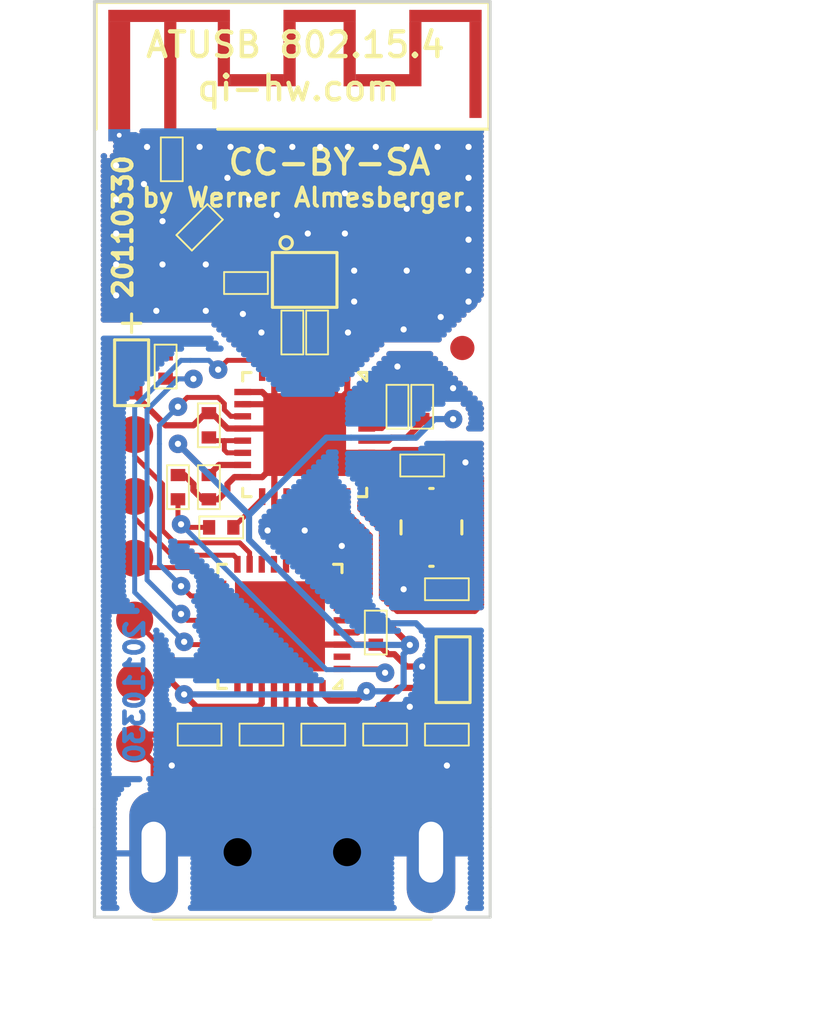
<source format=kicad_pcb>
(kicad_pcb (version 20160815) (host pcbnew 4.1.0-alpha+201608211231+7083~46~ubuntu16.04.1-product)

  (general
    (links 90)
    (no_connects 1)
    (area 114.03076 93.624399 147.966975 135.92556)
    (thickness 1.6002)
    (drawings 28)
    (tracks 494)
    (zones 0)
    (modules 36)
    (nets 34)
  )

  (page A4)
  (title_block
    (title "IEEE 802.15.4 USB Transceiver (AT86RF231)")
    (date "7 jun 2011")
    (rev 20110607)
    (company "Werner Almesberger")
  )

  (layers
    (0 Front signal)
    (31 Back signal)
    (35 F.Paste user)
    (37 F.SilkS user)
    (38 B.Mask user)
    (39 F.Mask user)
    (40 Dwgs.User user)
    (41 Cmts.User user)
    (44 Edge.Cuts user)
  )

  (setup
    (last_trace_width 0.2032)
    (user_trace_width 1.4732)
    (trace_clearance 0.2032)
    (zone_clearance 0.254)
    (zone_45_only no)
    (trace_min 0.2032)
    (segment_width 0.127)
    (edge_width 0.127)
    (via_size 0.762)
    (via_drill 0.254)
    (via_min_size 0.762)
    (via_min_drill 0.254)
    (uvia_size 0.508)
    (uvia_drill 0.127)
    (uvias_allowed no)
    (uvia_min_size 0.508)
    (uvia_min_drill 0.127)
    (pcb_text_width 0.3048)
    (pcb_text_size 1.524 2.032)
    (mod_edge_width 0.381)
    (mod_text_size 1.524 1.524)
    (mod_text_width 0.3048)
    (pad_size 1.524 1.524)
    (pad_drill 0.8128)
    (pad_to_mask_clearance 0)
    (pad_to_paste_clearance -0.0254)
    (aux_axis_origin 117.729 131.445)
    (visible_elements FFFFFF7F)
    (pcbplotparams
      (layerselection 0x00030_ffffffff)
      (usegerberextensions false)
      (excludeedgelayer true)
      (linewidth 0.100000)
      (plotframeref false)
      (viasonmask false)
      (mode 1)
      (useauxorigin false)
      (hpglpennumber 1)
      (hpglpenspeed 20)
      (hpglpendiameter 15)
      (psnegative false)
      (psa4output false)
      (plotreference true)
      (plotvalue true)
      (plotinvisibletext false)
      (padsonsilk false)
      (subtractmaskfromsilk false)
      (outputformat 1)
      (mirror false)
      (drillshape 1)
      (scaleselection 1)
      (outputdirectory ""))
  )

  (net 0 "")
  (net 1 /RF/CLK)
  (net 2 /RF/CLKM)
  (net 3 /RF/FEED)
  (net 4 /RF/MISO)
  (net 5 /RF/RFN)
  (net 6 /RF/RPF)
  (net 7 /RF/SLP_TR)
  (net 8 /RF/nRST_RF)
  (net 9 /RF/nSS)
  (net 10 /USB/D+)
  (net 11 /USB/D-)
  (net 12 /USB/DN)
  (net 13 /USB/DP)
  (net 14 /USB/IRQ_RF)
  (net 15 /USB/LED)
  (net 16 /USB/MOSI)
  (net 17 /USB/PDI)
  (net 18 /USB/PDO)
  (net 19 /USB/SCK)
  (net 20 /USB/SCLK)
  (net 21 /USB/VBUS)
  (net 22 /USB/nRESET)
  (net 23 AGND)
  (net 24 N-000022)
  (net 25 N-000032)
  (net 26 N-000033)
  (net 27 N-000035)
  (net 28 N-000036)
  (net 29 N-000038)
  (net 30 N-000040)
  (net 31 N-000042)
  (net 32 N-000043)
  (net 33 VDD)

  (net_class Default "This is the default net class."
    (clearance 0.2032)
    (trace_width 0.2032)
    (via_dia 0.762)
    (via_drill 0.254)
    (uvia_dia 0.508)
    (uvia_drill 0.127)
    (diff_pair_gap 0.25)
    (diff_pair_width 0.2)
    (add_net /RF/CLK)
    (add_net /RF/CLKM)
    (add_net /RF/MISO)
    (add_net /RF/RFN)
    (add_net /RF/RPF)
    (add_net /RF/SLP_TR)
    (add_net /RF/nRST_RF)
    (add_net /RF/nSS)
    (add_net /USB/D+)
    (add_net /USB/D-)
    (add_net /USB/DN)
    (add_net /USB/DP)
    (add_net /USB/IRQ_RF)
    (add_net /USB/LED)
    (add_net /USB/MOSI)
    (add_net /USB/PDI)
    (add_net /USB/PDO)
    (add_net /USB/SCK)
    (add_net /USB/SCLK)
    (add_net /USB/nRESET)
    (add_net N-000022)
    (add_net N-000032)
    (add_net N-000033)
    (add_net N-000035)
    (add_net N-000036)
    (add_net N-000038)
    (add_net N-000040)
    (add_net N-000042)
    (add_net N-000043)
  )

  (net_class 50R ""
    (clearance 0.2032)
    (trace_width 0.4826)
    (via_dia 0.762)
    (via_drill 0.254)
    (uvia_dia 0.508)
    (uvia_drill 0.127)
    (diff_pair_gap 0.25)
    (diff_pair_width 0.2)
    (add_net /RF/FEED)
  )

  (net_class Power ""
    (clearance 0.2032)
    (trace_width 0.254)
    (via_dia 0.762)
    (via_drill 0.254)
    (uvia_dia 0.508)
    (uvia_drill 0.127)
    (diff_pair_gap 0.25)
    (diff_pair_width 0.2)
    (add_net /USB/VBUS)
    (add_net AGND)
    (add_net VDD)
  )

  (module xtal4-3.2mmx2.5mm (layer Front) (tedit 4D58B182) (tstamp 4CF5C2C4)
    (at 131.572 115.443 90)
    (path /4C609C08/4C63FA9F)
    (attr smd)
    (fp_text reference X1 (at 0 -2.032 90) (layer Cmts.User)
      (effects (font (size 0.508 0.508) (thickness 0.1016)))
    )
    (fp_text value 16MHz (at 0 0 90) (layer Cmts.User) hide
      (effects (font (size 0.508 0.508) (thickness 0.1016)))
    )
    (fp_line (start -0.27178 -1.24968) (end 0.27178 -1.24968) (layer F.SilkS) (width 0.127))
    (fp_line (start -0.27178 1.24968) (end 0.27178 1.24968) (layer F.SilkS) (width 0.127))
    (fp_line (start -1.59766 0.07112) (end -1.59766 -0.07112) (layer F.SilkS) (width 0.127))
    (fp_line (start 1.59766 0.07112) (end 1.59766 -0.07112) (layer F.SilkS) (width 0.127))
    (pad 1 smd rect (at -1.09728 0.79756 90) (size 1.39954 1.20142) (layers Front F.Paste F.Mask)
      (net 32 N-000043))
    (pad 2 smd rect (at 1.09728 0.79756 90) (size 1.39954 1.20142) (layers Front F.Paste F.Mask)
      (net 23 AGND))
    (pad 3 smd rect (at 1.09728 -0.79756 90) (size 1.39954 1.20142) (layers Front F.Paste F.Mask)
      (net 28 N-000036))
    (pad 4 smd rect (at -1.09728 -0.79756 90) (size 1.39954 1.20142) (layers Front F.Paste F.Mask)
      (net 23 AGND))
  )

  (module MEANDER-110 (layer Front) (tedit 4D59E4B0) (tstamp 4CF5C2B3)
    (at 118.745 99.441)
    (path /4C609C08/4C63FE17)
    (attr virtual)
    (fp_text reference ANT1 (at 0.254 -0.889) (layer Cmts.User)
      (effects (font (size 0.508 0.508) (thickness 0.1016)))
    )
    (fp_text value 50R (at 2.159 -0.889) (layer Cmts.User) hide
      (effects (font (size 0.508 0.508) (thickness 0.1016)))
    )
    (fp_line (start -0.94996 -0.34798) (end -0.94996 -5.5499) (layer F.SilkS) (width 0.127))
    (fp_line (start 15.1892 -5.5499) (end -0.94996 -5.5499) (layer F.SilkS) (width 0.127))
    (fp_line (start 15.1892 -5.5499) (end 15.1892 -0.34798) (layer F.SilkS) (width 0.127))
    (fp_line (start 15.1892 -0.34798) (end 4.04876 -0.34798) (layer F.SilkS) (width 0.127))
    (pad 1 thru_hole rect (at 0 -0.09906) (size 0.89916 0.49784) (drill 0.19812) (layers *.Cu)
      (net 23 AGND))
    (pad X smd rect (at 0 -2.54762) (size 0.89916 4.40182) (layers Front))
    (pad X smd rect (at 2.04978 -4.99872) (size 4.99872 0.49784) (layers Front))
    (pad 2 smd rect (at 2.09804 -0.09906) (size 0.50038 0.49784) (layers Front)
      (net 27 N-000035))
    (pad X smd rect (at 2.09804 -2.54762) (size 0.50038 4.40182) (layers Front))
    (pad X smd rect (at 4.29768 -3.429) (size 0.50038 2.6416) (layers Front))
    (pad X smd rect (at 5.64896 -2.35712) (size 2.19964 0.50038) (layers Front))
    (pad X smd rect (at 8.23214 -4.99872) (size 2.96926 0.49784) (layers Front))
    (pad X smd rect (at 9.46658 -3.429) (size 0.50038 2.6416) (layers Front))
    (pad X smd rect (at 6.9977 -3.429) (size 0.50038 2.6416) (layers Front))
    (pad X smd rect (at 12.1666 -3.429) (size 0.50038 2.6416) (layers Front))
    (pad X smd rect (at 10.81786 -2.35712) (size 2.19964 0.50038) (layers Front))
    (pad X smd rect (at 13.40358 -4.99872) (size 2.9718 0.49784) (layers Front))
    (pad X smd rect (at 14.63802 -2.77876) (size 0.50038 3.94208) (layers Front))
    (pad X smd rect (at 14.88948 -1.05664) (size 0 0.50038) (layers Front))
  )

  (module PAD_60x60 (layer Front) (tedit 4D8A15BE) (tstamp 4CF5C2BE)
    (at 119.38 116.713)
    (path /4C609BEF/4C640203)
    (attr virtual)
    (fp_text reference P14 (at 0 1.27) (layer Cmts.User)
      (effects (font (size 0.508 0.508) (thickness 0.1016)))
    )
    (fp_text value CONN_1 (at 0 0) (layer Cmts.User) hide
      (effects (font (size 0.508 0.508) (thickness 0.1016)))
    )
    (pad 1 smd oval (at 0 0) (size 1.524 1.524) (layers Front F.Mask)
      (net 18 /USB/PDO))
  )

  (module PAD_60x60 (layer Front) (tedit 4D8A15C3) (tstamp 4CF5C2BC)
    (at 119.38 119.253)
    (path /4C609BEF/4C640202)
    (attr virtual)
    (fp_text reference P13 (at 0 1.27) (layer Cmts.User)
      (effects (font (size 0.508 0.508) (thickness 0.1016)))
    )
    (fp_text value CONN_1 (at 0 0) (layer Cmts.User) hide
      (effects (font (size 0.508 0.508) (thickness 0.1016)))
    )
    (pad 1 smd oval (at 0 0) (size 1.524 1.524) (layers Front F.Mask)
      (net 22 /USB/nRESET))
  )

  (module PAD_60x60 (layer Front) (tedit 4D8A15D1) (tstamp 4CF5C2BA)
    (at 119.38 121.793)
    (path /4C609BEF/4C640200)
    (attr virtual)
    (fp_text reference P12 (at 0 1.27) (layer Cmts.User)
      (effects (font (size 0.508 0.508) (thickness 0.1016)))
    )
    (fp_text value CONN_1 (at 0 0) (layer Cmts.User) hide
      (effects (font (size 0.508 0.508) (thickness 0.1016)))
    )
    (pad 1 smd oval (at 0 0) (size 1.524 1.524) (layers Front F.Mask)
      (net 33 VDD))
  )

  (module PAD_60x60 (layer Front) (tedit 4D8A15CB) (tstamp 4CF5C2B8)
    (at 119.38 124.333)
    (path /4C609BEF/4C6401FE)
    (attr virtual)
    (fp_text reference P11 (at 0 1.27) (layer Cmts.User)
      (effects (font (size 0.508 0.508) (thickness 0.1016)))
    )
    (fp_text value CONN_1 (at 0 0) (layer Cmts.User) hide
      (effects (font (size 0.508 0.508) (thickness 0.1016)))
    )
    (pad 1 smd oval (at 0 0) (size 1.524 1.524) (layers Front F.Mask)
      (net 23 AGND))
  )

  (module 0402 (layer Front) (tedit 4D8855DD) (tstamp 4CF5C2B0)
    (at 132.207 123.952)
    (path /4C609BEF/4C64034D)
    (attr smd)
    (fp_text reference VR3 (at 0 1.016) (layer Cmts.User)
      (effects (font (size 0.508 0.508) (thickness 0.1016)))
    )
    (fp_text value 5.5Vdc (at 0 0) (layer Cmts.User) hide
      (effects (font (size 0.508 0.508) (thickness 0.1016)))
    )
    (fp_line (start -0.89916 0.44958) (end -0.89916 -0.44958) (layer F.SilkS) (width 0.0762))
    (fp_line (start -0.89916 -0.44958) (end 0.89916 -0.44958) (layer F.SilkS) (width 0.0762))
    (fp_line (start 0.89916 -0.44958) (end 0.89916 0.44958) (layer F.SilkS) (width 0.0762))
    (fp_line (start 0.89916 0.44958) (end -0.89916 0.44958) (layer F.SilkS) (width 0.0762))
    (pad 1 smd rect (at -0.49784 0) (size 0.50038 0.59944) (layers Front F.Paste F.Mask)
      (net 21 /USB/VBUS))
    (pad 2 smd rect (at 0.49784 0) (size 0.50038 0.59944) (layers Front F.Paste F.Mask)
      (net 23 AGND))
  )

  (module 0402 (layer Front) (tedit 4D885626) (tstamp 4CF5C2AE)
    (at 129.667 123.952)
    (path /4C609BEF/4C640343)
    (attr smd)
    (fp_text reference VR2 (at 0 -0.889) (layer Cmts.User)
      (effects (font (size 0.508 0.508) (thickness 0.1016)))
    )
    (fp_text value 5.5Vdc (at 0 0) (layer Cmts.User) hide
      (effects (font (size 0.508 0.508) (thickness 0.1016)))
    )
    (fp_line (start -0.89916 0.44958) (end -0.89916 -0.44958) (layer F.SilkS) (width 0.0762))
    (fp_line (start -0.89916 -0.44958) (end 0.89916 -0.44958) (layer F.SilkS) (width 0.0762))
    (fp_line (start 0.89916 -0.44958) (end 0.89916 0.44958) (layer F.SilkS) (width 0.0762))
    (fp_line (start 0.89916 0.44958) (end -0.89916 0.44958) (layer F.SilkS) (width 0.0762))
    (pad 1 smd rect (at -0.49784 0) (size 0.50038 0.59944) (layers Front F.Paste F.Mask)
      (net 11 /USB/D-))
    (pad 2 smd rect (at 0.49784 0) (size 0.50038 0.59944) (layers Front F.Paste F.Mask)
      (net 23 AGND))
  )

  (module 0402 (layer Front) (tedit 4D58B1F6) (tstamp 4CF5C2AC)
    (at 122.047 123.952 180)
    (path /4C609BEF/4C6402FB)
    (attr smd)
    (fp_text reference VR1 (at 0 0.889 180) (layer Cmts.User)
      (effects (font (size 0.508 0.508) (thickness 0.1016)))
    )
    (fp_text value 5.5Vdc (at 0 0 180) (layer Cmts.User) hide
      (effects (font (size 0.508 0.508) (thickness 0.1016)))
    )
    (fp_line (start -0.89916 0.44958) (end -0.89916 -0.44958) (layer F.SilkS) (width 0.0762))
    (fp_line (start -0.89916 -0.44958) (end 0.89916 -0.44958) (layer F.SilkS) (width 0.0762))
    (fp_line (start 0.89916 -0.44958) (end 0.89916 0.44958) (layer F.SilkS) (width 0.0762))
    (fp_line (start 0.89916 0.44958) (end -0.89916 0.44958) (layer F.SilkS) (width 0.0762))
    (pad 1 smd rect (at -0.49784 0 180) (size 0.50038 0.59944) (layers Front F.Paste F.Mask)
      (net 10 /USB/D+))
    (pad 2 smd rect (at 0.49784 0 180) (size 0.50038 0.59944) (layers Front F.Paste F.Mask)
      (net 23 AGND))
  )

  (module 0402 (layer Front) (tedit 4D58B155) (tstamp 4CF5C2AA)
    (at 120.65 108.839 270)
    (path /4C609BEF/4C6402F2)
    (attr smd)
    (fp_text reference R1 (at -1.524 -0.127 270) (layer Cmts.User)
      (effects (font (size 0.508 0.508) (thickness 0.1016)))
    )
    (fp_text value 180 (at 0 0 270) (layer Cmts.User) hide
      (effects (font (size 0.508 0.508) (thickness 0.1016)))
    )
    (fp_line (start -0.89916 0.44958) (end -0.89916 -0.44958) (layer F.SilkS) (width 0.0762))
    (fp_line (start -0.89916 -0.44958) (end 0.89916 -0.44958) (layer F.SilkS) (width 0.0762))
    (fp_line (start 0.89916 -0.44958) (end 0.89916 0.44958) (layer F.SilkS) (width 0.0762))
    (fp_line (start 0.89916 0.44958) (end -0.89916 0.44958) (layer F.SilkS) (width 0.0762))
    (pad 1 smd rect (at -0.49784 0 270) (size 0.50038 0.59944) (layers Front F.Paste F.Mask)
      (net 24 N-000022))
    (pad 2 smd rect (at 0.49784 0 270) (size 0.50038 0.59944) (layers Front F.Paste F.Mask)
      (net 15 /USB/LED))
  )

  (module 0402 (layer Front) (tedit 4D88713F) (tstamp 4CF5C2A4)
    (at 120.904 100.33 270)
    (path /4C609C08/4CF4B07E)
    (attr smd)
    (fp_text reference R3 (at 0 0.889 270) (layer Cmts.User)
      (effects (font (size 0.508 0.508) (thickness 0.1016)))
    )
    (fp_text value 0R (at 0 0 270) (layer Cmts.User) hide
      (effects (font (size 0.508 0.508) (thickness 0.1016)))
    )
    (fp_line (start -0.89916 0.44958) (end -0.89916 -0.44958) (layer F.SilkS) (width 0.0762))
    (fp_line (start -0.89916 -0.44958) (end 0.89916 -0.44958) (layer F.SilkS) (width 0.0762))
    (fp_line (start 0.89916 -0.44958) (end 0.89916 0.44958) (layer F.SilkS) (width 0.0762))
    (fp_line (start 0.89916 0.44958) (end -0.89916 0.44958) (layer F.SilkS) (width 0.0762))
    (pad 1 smd rect (at -0.49784 0 270) (size 0.50038 0.59944) (layers Front F.Paste F.Mask)
      (net 27 N-000035))
    (pad 2 smd rect (at 0.49784 0 270) (size 0.50038 0.59944) (layers Front F.Paste F.Mask)
      (net 3 /RF/FEED))
  )

  (module 0402 (layer Front) (tedit 4D58B1C5) (tstamp 4CF5C2A2)
    (at 123.952 105.41 180)
    (path /4C609C08/4C641710)
    (attr smd)
    (fp_text reference C3 (at 0 0.889 180) (layer Cmts.User)
      (effects (font (size 0.508 0.508) (thickness 0.1016)))
    )
    (fp_text value 22pF/RF (at 0.635 0 180) (layer Cmts.User) hide
      (effects (font (size 0.508 0.508) (thickness 0.1016)))
    )
    (fp_line (start -0.89916 0.44958) (end -0.89916 -0.44958) (layer F.SilkS) (width 0.0762))
    (fp_line (start -0.89916 -0.44958) (end 0.89916 -0.44958) (layer F.SilkS) (width 0.0762))
    (fp_line (start 0.89916 -0.44958) (end 0.89916 0.44958) (layer F.SilkS) (width 0.0762))
    (fp_line (start 0.89916 0.44958) (end -0.89916 0.44958) (layer F.SilkS) (width 0.0762))
    (pad 1 smd rect (at -0.49784 0 180) (size 0.50038 0.59944) (layers Front F.Paste F.Mask)
      (net 25 N-000032))
    (pad 2 smd rect (at 0.49784 0 180) (size 0.50038 0.59944) (layers Front F.Paste F.Mask)
      (net 23 AGND))
  )

  (module 0402 (layer Front) (tedit 4D3B0755) (tstamp 4CF5C2A0)
    (at 126.873 107.442 270)
    (path /4C609C08/4C641509)
    (attr smd)
    (fp_text reference C9 (at 0 -1.016 270) (layer Cmts.User)
      (effects (font (size 0.508 0.508) (thickness 0.1016)))
    )
    (fp_text value 22pF/RF (at 0.889 -0.127 270) (layer Cmts.User) hide
      (effects (font (size 0.508 0.508) (thickness 0.1016)))
    )
    (fp_line (start -0.89916 0.44958) (end -0.89916 -0.44958) (layer F.SilkS) (width 0.0762))
    (fp_line (start -0.89916 -0.44958) (end 0.89916 -0.44958) (layer F.SilkS) (width 0.0762))
    (fp_line (start 0.89916 -0.44958) (end 0.89916 0.44958) (layer F.SilkS) (width 0.0762))
    (fp_line (start 0.89916 0.44958) (end -0.89916 0.44958) (layer F.SilkS) (width 0.0762))
    (pad 1 smd rect (at -0.49784 0 270) (size 0.50038 0.59944) (layers Front F.Paste F.Mask)
      (net 29 N-000038))
    (pad 2 smd rect (at 0.49784 0 270) (size 0.50038 0.59944) (layers Front F.Paste F.Mask)
      (net 6 /RF/RPF))
  )

  (module 0402 (layer Front) (tedit 4D3B074A) (tstamp 4CF5C29E)
    (at 125.857 107.442 270)
    (path /4C609C08/4C641506)
    (attr smd)
    (fp_text reference C8 (at 0 0.889 270) (layer Cmts.User)
      (effects (font (size 0.508 0.508) (thickness 0.1016)))
    )
    (fp_text value 22pF/RF (at 0.762 0 270) (layer Cmts.User) hide
      (effects (font (size 0.508 0.508) (thickness 0.1016)))
    )
    (fp_line (start -0.89916 0.44958) (end -0.89916 -0.44958) (layer F.SilkS) (width 0.0762))
    (fp_line (start -0.89916 -0.44958) (end 0.89916 -0.44958) (layer F.SilkS) (width 0.0762))
    (fp_line (start 0.89916 -0.44958) (end 0.89916 0.44958) (layer F.SilkS) (width 0.0762))
    (fp_line (start 0.89916 0.44958) (end -0.89916 0.44958) (layer F.SilkS) (width 0.0762))
    (pad 1 smd rect (at -0.49784 0 270) (size 0.50038 0.59944) (layers Front F.Paste F.Mask)
      (net 30 N-000040))
    (pad 2 smd rect (at 0.49784 0 270) (size 0.50038 0.59944) (layers Front F.Paste F.Mask)
      (net 5 /RF/RFN))
  )

  (module 0402 (layer Front) (tedit 4D58B1A4) (tstamp 4CF5C29C)
    (at 130.175 110.49 270)
    (path /4C609C08/4C641004)
    (attr smd)
    (fp_text reference C11 (at -1.778 0 270) (layer Cmts.User)
      (effects (font (size 0.508 0.508) (thickness 0.1016)))
    )
    (fp_text value 1uF (at 0 0 270) (layer Cmts.User) hide
      (effects (font (size 0.508 0.508) (thickness 0.1016)))
    )
    (fp_line (start -0.89916 0.44958) (end -0.89916 -0.44958) (layer F.SilkS) (width 0.0762))
    (fp_line (start -0.89916 -0.44958) (end 0.89916 -0.44958) (layer F.SilkS) (width 0.0762))
    (fp_line (start 0.89916 -0.44958) (end 0.89916 0.44958) (layer F.SilkS) (width 0.0762))
    (fp_line (start 0.89916 0.44958) (end -0.89916 0.44958) (layer F.SilkS) (width 0.0762))
    (pad 1 smd rect (at -0.49784 0 270) (size 0.50038 0.59944) (layers Front F.Paste F.Mask)
      (net 23 AGND))
    (pad 2 smd rect (at 0.49784 0 270) (size 0.50038 0.59944) (layers Front F.Paste F.Mask)
      (net 31 N-000042))
  )

  (module 0402 (layer Front) (tedit 4D58B135) (tstamp 4CF5C29A)
    (at 122.428 111.252 90)
    (path /4C609C08/4C640A84)
    (attr smd)
    (fp_text reference C12 (at 0 -0.889 90) (layer Cmts.User)
      (effects (font (size 0.508 0.508) (thickness 0.1016)))
    )
    (fp_text value 1uF (at 0 0 90) (layer Cmts.User) hide
      (effects (font (size 0.508 0.508) (thickness 0.1016)))
    )
    (fp_line (start -0.89916 0.44958) (end -0.89916 -0.44958) (layer F.SilkS) (width 0.0762))
    (fp_line (start -0.89916 -0.44958) (end 0.89916 -0.44958) (layer F.SilkS) (width 0.0762))
    (fp_line (start 0.89916 -0.44958) (end 0.89916 0.44958) (layer F.SilkS) (width 0.0762))
    (fp_line (start 0.89916 0.44958) (end -0.89916 0.44958) (layer F.SilkS) (width 0.0762))
    (pad 1 smd rect (at -0.49784 0 90) (size 0.50038 0.59944) (layers Front F.Paste F.Mask)
      (net 26 N-000033))
    (pad 2 smd rect (at 0.49784 0 90) (size 0.50038 0.59944) (layers Front F.Paste F.Mask)
      (net 23 AGND))
  )

  (module 0402 (layer Front) (tedit 4D58B1AA) (tstamp 4CF5C298)
    (at 131.191 110.49 90)
    (path /4C609C08/4C640A76)
    (attr smd)
    (fp_text reference C13 (at 1.778 0 90) (layer Cmts.User)
      (effects (font (size 0.508 0.508) (thickness 0.1016)))
    )
    (fp_text value 1uF (at 0 0 90) (layer Cmts.User) hide
      (effects (font (size 0.508 0.508) (thickness 0.1016)))
    )
    (fp_line (start -0.89916 0.44958) (end -0.89916 -0.44958) (layer F.SilkS) (width 0.0762))
    (fp_line (start -0.89916 -0.44958) (end 0.89916 -0.44958) (layer F.SilkS) (width 0.0762))
    (fp_line (start 0.89916 -0.44958) (end 0.89916 0.44958) (layer F.SilkS) (width 0.0762))
    (fp_line (start 0.89916 0.44958) (end -0.89916 0.44958) (layer F.SilkS) (width 0.0762))
    (pad 1 smd rect (at -0.49784 0 90) (size 0.50038 0.59944) (layers Front F.Paste F.Mask)
      (net 33 VDD))
    (pad 2 smd rect (at 0.49784 0 90) (size 0.50038 0.59944) (layers Front F.Paste F.Mask)
      (net 23 AGND))
  )

  (module 0402 (layer Front) (tedit 4D3B0537) (tstamp 4CF5C296)
    (at 132.207 117.983 180)
    (path /4C609C08/4C640A7B)
    (attr smd)
    (fp_text reference C15 (at -0.127 -1.016 180) (layer Cmts.User)
      (effects (font (size 0.508 0.508) (thickness 0.1016)))
    )
    (fp_text value 12pF (at 0 0 180) (layer Cmts.User) hide
      (effects (font (size 0.508 0.508) (thickness 0.1016)))
    )
    (fp_line (start -0.89916 0.44958) (end -0.89916 -0.44958) (layer F.SilkS) (width 0.0762))
    (fp_line (start -0.89916 -0.44958) (end 0.89916 -0.44958) (layer F.SilkS) (width 0.0762))
    (fp_line (start 0.89916 -0.44958) (end 0.89916 0.44958) (layer F.SilkS) (width 0.0762))
    (fp_line (start 0.89916 0.44958) (end -0.89916 0.44958) (layer F.SilkS) (width 0.0762))
    (pad 1 smd rect (at -0.49784 0 180) (size 0.50038 0.59944) (layers Front F.Paste F.Mask)
      (net 32 N-000043))
    (pad 2 smd rect (at 0.49784 0 180) (size 0.50038 0.59944) (layers Front F.Paste F.Mask)
      (net 23 AGND))
  )

  (module 0402 (layer Front) (tedit 4D58B12D) (tstamp 4CF5C294)
    (at 122.428 113.792 270)
    (path /4C609C08/4C640A7E)
    (attr smd)
    (fp_text reference C10 (at -1.27 0.381 360) (layer Cmts.User)
      (effects (font (size 0.508 0.508) (thickness 0.1016)))
    )
    (fp_text value 1uF (at 0 0 270) (layer Cmts.User) hide
      (effects (font (size 0.508 0.508) (thickness 0.1016)))
    )
    (fp_line (start -0.89916 0.44958) (end -0.89916 -0.44958) (layer F.SilkS) (width 0.0762))
    (fp_line (start -0.89916 -0.44958) (end 0.89916 -0.44958) (layer F.SilkS) (width 0.0762))
    (fp_line (start 0.89916 -0.44958) (end 0.89916 0.44958) (layer F.SilkS) (width 0.0762))
    (fp_line (start 0.89916 0.44958) (end -0.89916 0.44958) (layer F.SilkS) (width 0.0762))
    (pad 1 smd rect (at -0.49784 0 270) (size 0.50038 0.59944) (layers Front F.Paste F.Mask)
      (net 33 VDD))
    (pad 2 smd rect (at 0.49784 0 270) (size 0.50038 0.59944) (layers Front F.Paste F.Mask)
      (net 23 AGND))
  )

  (module 0402 (layer Front) (tedit 4D58B192) (tstamp 4CF5C292)
    (at 131.191 112.903)
    (path /4C609C08/4C640A73)
    (attr smd)
    (fp_text reference C14 (at 0 -0.889) (layer Cmts.User)
      (effects (font (size 0.508 0.508) (thickness 0.1016)))
    )
    (fp_text value 12pF (at 0.127 0) (layer Cmts.User) hide
      (effects (font (size 0.508 0.508) (thickness 0.1016)))
    )
    (fp_line (start -0.89916 0.44958) (end -0.89916 -0.44958) (layer F.SilkS) (width 0.0762))
    (fp_line (start -0.89916 -0.44958) (end 0.89916 -0.44958) (layer F.SilkS) (width 0.0762))
    (fp_line (start 0.89916 -0.44958) (end 0.89916 0.44958) (layer F.SilkS) (width 0.0762))
    (fp_line (start 0.89916 0.44958) (end -0.89916 0.44958) (layer F.SilkS) (width 0.0762))
    (pad 1 smd rect (at -0.49784 0) (size 0.50038 0.59944) (layers Front F.Paste F.Mask)
      (net 28 N-000036))
    (pad 2 smd rect (at 0.49784 0) (size 0.50038 0.59944) (layers Front F.Paste F.Mask)
      (net 23 AGND))
  )

  (module 0603 (layer Front) (tedit 4D7DA3D3) (tstamp 4CF5C2B1)
    (at 119.253 109.093 270)
    (path /4C609BEF/4C6402EE)
    (attr smd)
    (fp_text reference D1 (at -1.905 0.762 270) (layer Cmts.User)
      (effects (font (size 0.508 0.508) (thickness 0.1016)))
    )
    (fp_text value LTST-C190KRKT (at -1.524 -0.762 270) (layer Cmts.User) hide
      (effects (font (size 0.508 0.508) (thickness 0.1016)))
    )
    (fp_line (start -1.34874 0.6985) (end -1.34874 -0.6985) (layer F.SilkS) (width 0.127))
    (fp_line (start -1.34874 -0.6985) (end 1.34874 -0.6985) (layer F.SilkS) (width 0.127))
    (fp_line (start 1.34874 -0.6985) (end 1.34874 0.6985) (layer F.SilkS) (width 0.127))
    (fp_line (start 1.34874 0.6985) (end -1.34874 0.6985) (layer F.SilkS) (width 0.127))
    (pad 1 smd rect (at -0.7493 0 270) (size 0.70104 0.89916) (layers Front F.Paste F.Mask)
      (net 24 N-000022))
    (pad 2 smd rect (at 0.7493 0 270) (size 0.70104 0.89916) (layers Front F.Paste F.Mask)
      (net 23 AGND))
  )

  (module 0402 (layer Front) (tedit 4D887151) (tstamp 4D58B4C0)
    (at 122.047 103.124 225)
    (path /4C609C08/4D3B018B)
    (fp_text reference C16 (at 1.88468 -0.0889 225) (layer Cmts.User)
      (effects (font (size 0.508 0.508) (thickness 0.1016)))
    )
    (fp_text value NC (at 0.0889 -0.0889 225) (layer Cmts.User) hide
      (effects (font (size 0.508 0.508) (thickness 0.1016)))
    )
    (fp_line (start -0.89916 0.44958) (end -0.89916 -0.44958) (layer F.SilkS) (width 0.0762))
    (fp_line (start -0.89916 -0.44958) (end 0.89916 -0.44958) (layer F.SilkS) (width 0.0762))
    (fp_line (start 0.89916 -0.44958) (end 0.89916 0.44958) (layer F.SilkS) (width 0.0762))
    (fp_line (start 0.89916 0.44958) (end -0.89916 0.44958) (layer F.SilkS) (width 0.0762))
    (pad 1 smd rect (at -0.49784 0 225) (size 0.50038 0.59944) (layers Front F.Paste F.Mask)
      (net 3 /RF/FEED))
    (pad 2 smd rect (at 0.49784 0 225) (size 0.50038 0.59944) (layers Front F.Paste F.Mask)
      (net 23 AGND))
  )

  (module 0805-6 (layer Front) (tedit 4D7DA610) (tstamp 4D460B7D)
    (at 126.365 105.283 90)
    (path /4C609C08/4CF4B034)
    (attr smd)
    (fp_text reference B1 (at 1.524 0.127 180) (layer Cmts.User)
      (effects (font (size 0.508 0.508) (thickness 0.1016)))
    )
    (fp_text value 2450FB15L0001 (at 1.143 3.556 180) (layer Cmts.User) hide
      (effects (font (size 0.508 0.508) (thickness 0.1016)))
    )
    (fp_line (start -1.12522 1.32588) (end -1.12522 -1.32588) (layer F.SilkS) (width 0.127))
    (fp_line (start -1.12522 -1.32588) (end 1.12522 -1.32588) (layer F.SilkS) (width 0.127))
    (fp_line (start 1.12522 -1.32588) (end 1.12522 1.32588) (layer F.SilkS) (width 0.127))
    (fp_line (start 1.12522 1.32588) (end -1.12522 1.32588) (layer F.SilkS) (width 0.127))
    (pad 1 smd rect (at 0.6477 -0.79756 90) (size 0.34798 0.8001) (layers Front F.Paste F.Mask)
      (net 3 /RF/FEED))
    (pad 2 smd rect (at 0 -0.79756 90) (size 0.34544 0.8001) (layers Front F.Paste F.Mask)
      (net 25 N-000032))
    (pad 3 smd rect (at -0.6477 -0.79756 90) (size 0.34798 0.8001) (layers Front F.Paste F.Mask)
      (net 30 N-000040))
    (pad 4 smd rect (at -0.6477 0.79756 90) (size 0.34798 0.8001) (layers Front F.Paste F.Mask)
      (net 29 N-000038))
    (pad 5 smd rect (at 0 0.79756 90) (size 0.34544 0.8001) (layers Front F.Paste F.Mask)
      (net 23 AGND))
    (pad 6 smd rect (at 0.6477 0.79756 90) (size 0.34798 0.8001) (layers Front F.Paste F.Mask)
      (net 23 AGND))
  )

  (module 0402 (layer Front) (tedit 4D58B165) (tstamp 4D42B9CB)
    (at 122.936 115.443 180)
    (path /4C609C08/4D425FEE)
    (attr smd)
    (fp_text reference R6 (at -1.778 -0.127 180) (layer Cmts.User)
      (effects (font (size 0.508 0.508) (thickness 0.1016)))
    )
    (fp_text value 180 (at 0 0 180) (layer Cmts.User) hide
      (effects (font (size 0.508 0.508) (thickness 0.1016)))
    )
    (fp_line (start -0.89916 0.44958) (end -0.89916 -0.44958) (layer F.SilkS) (width 0.0762))
    (fp_line (start -0.89916 -0.44958) (end 0.89916 -0.44958) (layer F.SilkS) (width 0.0762))
    (fp_line (start 0.89916 -0.44958) (end 0.89916 0.44958) (layer F.SilkS) (width 0.0762))
    (fp_line (start 0.89916 0.44958) (end -0.89916 0.44958) (layer F.SilkS) (width 0.0762))
    (pad 1 smd rect (at -0.49784 0 180) (size 0.50038 0.59944) (layers Front F.Paste F.Mask)
      (net 2 /RF/CLKM))
    (pad 2 smd rect (at 0.49784 0 180) (size 0.50038 0.59944) (layers Front F.Paste F.Mask)
      (net 1 /RF/CLK))
  )

  (module 0402 (layer Front) (tedit 4D58B1EA) (tstamp 4D42B9CD)
    (at 127.127 123.952)
    (path /4C609BEF/4D4258DC)
    (attr smd)
    (fp_text reference R5 (at 0 -0.889) (layer Cmts.User)
      (effects (font (size 0.508 0.508) (thickness 0.1016)))
    )
    (fp_text value 22 (at 0 0) (layer Cmts.User) hide
      (effects (font (size 0.508 0.508) (thickness 0.1016)))
    )
    (fp_line (start -0.89916 0.44958) (end -0.89916 -0.44958) (layer F.SilkS) (width 0.0762))
    (fp_line (start -0.89916 -0.44958) (end 0.89916 -0.44958) (layer F.SilkS) (width 0.0762))
    (fp_line (start 0.89916 -0.44958) (end 0.89916 0.44958) (layer F.SilkS) (width 0.0762))
    (fp_line (start 0.89916 0.44958) (end -0.89916 0.44958) (layer F.SilkS) (width 0.0762))
    (pad 1 smd rect (at -0.49784 0) (size 0.50038 0.59944) (layers Front F.Paste F.Mask)
      (net 12 /USB/DN))
    (pad 2 smd rect (at 0.49784 0) (size 0.50038 0.59944) (layers Front F.Paste F.Mask)
      (net 11 /USB/D-))
  )

  (module 0402 (layer Front) (tedit 4D58B1EF) (tstamp 4D42B9CF)
    (at 124.587 123.952)
    (path /4C609BEF/4D4258D9)
    (attr smd)
    (fp_text reference R4 (at 0 -0.889) (layer Cmts.User)
      (effects (font (size 0.508 0.508) (thickness 0.1016)))
    )
    (fp_text value 22 (at 0 0) (layer Cmts.User) hide
      (effects (font (size 0.508 0.508) (thickness 0.1016)))
    )
    (fp_line (start -0.89916 0.44958) (end -0.89916 -0.44958) (layer F.SilkS) (width 0.0762))
    (fp_line (start -0.89916 -0.44958) (end 0.89916 -0.44958) (layer F.SilkS) (width 0.0762))
    (fp_line (start 0.89916 -0.44958) (end 0.89916 0.44958) (layer F.SilkS) (width 0.0762))
    (fp_line (start 0.89916 0.44958) (end -0.89916 0.44958) (layer F.SilkS) (width 0.0762))
    (pad 1 smd rect (at -0.49784 0) (size 0.50038 0.59944) (layers Front F.Paste F.Mask)
      (net 10 /USB/D+))
    (pad 2 smd rect (at 0.49784 0) (size 0.50038 0.59944) (layers Front F.Paste F.Mask)
      (net 13 /USB/DP))
  )

  (module 0402 (layer Front) (tedit 4D58B15A) (tstamp 4D42B9D1)
    (at 121.158 113.792 90)
    (path /4C609C08/4D425FF1)
    (attr smd)
    (fp_text reference C17 (at -1.778 0.127 90) (layer Cmts.User)
      (effects (font (size 0.508 0.508) (thickness 0.1016)))
    )
    (fp_text value 2.2pF (at 0 0.127 90) (layer Cmts.User) hide
      (effects (font (size 0.508 0.508) (thickness 0.1016)))
    )
    (fp_line (start -0.89916 0.44958) (end -0.89916 -0.44958) (layer F.SilkS) (width 0.0762))
    (fp_line (start -0.89916 -0.44958) (end 0.89916 -0.44958) (layer F.SilkS) (width 0.0762))
    (fp_line (start 0.89916 -0.44958) (end 0.89916 0.44958) (layer F.SilkS) (width 0.0762))
    (fp_line (start 0.89916 0.44958) (end -0.89916 0.44958) (layer F.SilkS) (width 0.0762))
    (pad 1 smd rect (at -0.49784 0 90) (size 0.50038 0.59944) (layers Front F.Paste F.Mask)
      (net 1 /RF/CLK))
    (pad 2 smd rect (at 0.49784 0 90) (size 0.50038 0.59944) (layers Front F.Paste F.Mask)
      (net 23 AGND))
  )

  (module 0402 (layer Front) (tedit 4D8A15E6) (tstamp 4D42B9D3)
    (at 129.286 119.761 270)
    (path /4C609BEF/4C6401B3)
    (attr smd)
    (fp_text reference C2 (at 0 -1.016 270) (layer Cmts.User)
      (effects (font (size 0.508 0.508) (thickness 0.1016)))
    )
    (fp_text value 1uF (at 0 0 270) (layer Cmts.User) hide
      (effects (font (size 0.508 0.508) (thickness 0.1016)))
    )
    (fp_line (start -0.89916 0.44958) (end -0.89916 -0.44958) (layer F.SilkS) (width 0.0762))
    (fp_line (start -0.89916 -0.44958) (end 0.89916 -0.44958) (layer F.SilkS) (width 0.0762))
    (fp_line (start 0.89916 -0.44958) (end 0.89916 0.44958) (layer F.SilkS) (width 0.0762))
    (fp_line (start 0.89916 0.44958) (end -0.89916 0.44958) (layer F.SilkS) (width 0.0762))
    (pad 1 smd rect (at -0.49784 0 270) (size 0.50038 0.59944) (layers Front F.Paste F.Mask)
      (net 33 VDD))
    (pad 2 smd rect (at 0.49784 0 270) (size 0.50038 0.59944) (layers Front F.Paste F.Mask)
      (net 23 AGND))
  )

  (module 0603 (layer Front) (tedit 4D59E486) (tstamp 4D42B9D4)
    (at 132.461 121.285 90)
    (path /4C609BEF/4C6401AA)
    (attr smd)
    (fp_text reference C1 (at 0 -1.143 90) (layer Cmts.User)
      (effects (font (size 0.508 0.508) (thickness 0.1016)))
    )
    (fp_text value 10uF (at 0 0 90) (layer Cmts.User) hide
      (effects (font (size 0.508 0.508) (thickness 0.1016)))
    )
    (fp_line (start -1.34874 0.6985) (end -1.34874 -0.6985) (layer F.SilkS) (width 0.127))
    (fp_line (start -1.34874 -0.6985) (end 1.34874 -0.6985) (layer F.SilkS) (width 0.127))
    (fp_line (start 1.34874 -0.6985) (end 1.34874 0.6985) (layer F.SilkS) (width 0.127))
    (fp_line (start 1.34874 0.6985) (end -1.34874 0.6985) (layer F.SilkS) (width 0.127))
    (pad 1 smd rect (at -0.7493 0 90) (size 0.70104 0.89916) (layers Front F.Paste F.Mask)
      (net 21 /USB/VBUS))
    (pad 2 smd rect (at 0.7493 0 90) (size 0.70104 0.89916) (layers Front F.Paste F.Mask)
      (net 23 AGND))
  )

  (module PAD_60x60 (layer Front) (tedit 4D58B359) (tstamp 4D42B9D5)
    (at 119.38 114.173)
    (path /4C609BEF/4D425D53)
    (attr virtual)
    (fp_text reference P15 (at 0 1.27) (layer Cmts.User)
      (effects (font (size 0.508 0.508) (thickness 0.1016)))
    )
    (fp_text value CONN_1 (at 0 0) (layer Cmts.User) hide
      (effects (font (size 0.508 0.508) (thickness 0.1016)))
    )
    (pad 1 smd oval (at 0 0) (size 1.524 1.524) (layers Front F.Mask)
      (net 17 /USB/PDI))
  )

  (module PAD_60x60 (layer Front) (tedit 4D58B364) (tstamp 4D42BA53)
    (at 119.38 111.633)
    (path /4C609BEF/4D425D62)
    (attr virtual)
    (fp_text reference P16 (at 0 1.27) (layer Cmts.User)
      (effects (font (size 0.508 0.508) (thickness 0.1016)))
    )
    (fp_text value CONN_1 (at 0 0) (layer Cmts.User) hide
      (effects (font (size 0.508 0.508) (thickness 0.1016)))
    )
    (pad 1 smd oval (at 0 0) (size 1.524 1.524) (layers Front F.Mask)
      (net 19 /USB/SCK))
  )

  (module QFN32-VHHD-6 (layer Front) (tedit 4D88C5E8) (tstamp 4CF5C2C2)
    (at 126.365 111.633 270)
    (path /4C609C08/4D229690)
    (attr smd)
    (fp_text reference U2 (at -3.175 -2.54 360) (layer Cmts.User)
      (effects (font (size 0.508 0.508) (thickness 0.1016)))
    )
    (fp_text value AT86RF231 (at 0.381 0 270) (layer Cmts.User) hide
      (effects (font (size 0.508 0.508) (thickness 0.1016)))
    )
    (fp_line (start -2.54762 -2.54762) (end -2.20472 -2.54762) (layer F.SilkS) (width 0.127))
    (fp_line (start -2.54762 -2.54762) (end -2.54762 -2.20472) (layer F.SilkS) (width 0.127))
    (fp_line (start -2.54762 -2.20472) (end -2.20472 -2.54762) (layer F.SilkS) (width 0.127))
    (fp_line (start -2.54762 2.54762) (end -2.54762 2.20472) (layer F.SilkS) (width 0.127))
    (fp_line (start -2.54762 2.54762) (end -2.20472 2.54762) (layer F.SilkS) (width 0.127))
    (fp_line (start -2.20472 2.54762) (end -2.20472 2.54762) (layer F.SilkS) (width 0.127))
    (fp_line (start 2.54762 2.54762) (end 2.20472 2.54762) (layer F.SilkS) (width 0.127))
    (fp_line (start 2.54762 2.54762) (end 2.54762 2.20472) (layer F.SilkS) (width 0.127))
    (fp_line (start 2.54762 2.20472) (end 2.54762 2.20472) (layer F.SilkS) (width 0.127))
    (fp_line (start 2.54762 -2.54762) (end 2.54762 -2.20472) (layer F.SilkS) (width 0.127))
    (fp_line (start 2.54762 -2.54762) (end 2.20472 -2.54762) (layer F.SilkS) (width 0.127))
    (fp_line (start 2.20472 -2.54762) (end 2.20472 -2.54762) (layer F.SilkS) (width 0.127))
    (pad 1 smd rect (at -2.54762 -1.74752 270) (size 0.68834 0.26162) (layers Front F.Paste F.Mask)
      (net 23 AGND))
    (pad 2 smd rect (at -2.54762 -1.24714 270) (size 0.68834 0.26162) (layers Front F.Paste F.Mask)
      (net 23 AGND))
    (pad 3 smd rect (at -2.54762 -0.7493 270) (size 0.68834 0.25908) (layers Front F.Paste F.Mask)
      (net 23 AGND))
    (pad 4 smd rect (at -2.54762 -0.24892 270) (size 0.68834 0.25908) (layers Front F.Paste F.Mask)
      (net 6 /RF/RPF))
    (pad 5 smd rect (at -2.54762 0.24892 270) (size 0.68834 0.25908) (layers Front F.Paste F.Mask)
      (net 5 /RF/RFN))
    (pad 6 smd rect (at -2.54762 0.7493 270) (size 0.68834 0.25908) (layers Front F.Paste F.Mask)
      (net 23 AGND))
    (pad 7 smd rect (at -2.54762 1.24714 270) (size 0.68834 0.26162) (layers Front F.Paste F.Mask)
      (net 23 AGND))
    (pad 8 smd rect (at -2.54762 1.74752 270) (size 0.68834 0.26162) (layers Front F.Paste F.Mask)
      (net 8 /RF/nRST_RF))
    (pad 9 smd rect (at -1.74752 2.54762 270) (size 0.26162 0.68834) (layers Front F.Paste F.Mask)
      (net 23 AGND))
    (pad 10 smd rect (at -1.24714 2.54762 270) (size 0.26162 0.68834) (layers Front F.Paste F.Mask)
      (net 23 AGND))
    (pad 11 smd rect (at -0.7493 2.54762 270) (size 0.25908 0.68834) (layers Front F.Paste F.Mask)
      (net 7 /RF/SLP_TR))
    (pad 12 smd rect (at -0.24892 2.54762 270) (size 0.25908 0.68834) (layers Front F.Paste F.Mask)
      (net 23 AGND))
    (pad 13 smd rect (at 0.24892 2.54762 270) (size 0.25908 0.68834) (layers Front F.Paste F.Mask)
      (net 26 N-000033))
    (pad 14 smd rect (at 0.7493 2.54762 270) (size 0.25908 0.68834) (layers Front F.Paste F.Mask)
      (net 26 N-000033))
    (pad 15 smd rect (at 1.24714 2.54762 270) (size 0.26162 0.68834) (layers Front F.Paste F.Mask)
      (net 33 VDD))
    (pad 16 smd rect (at 1.74752 2.54762 270) (size 0.26162 0.68834) (layers Front F.Paste F.Mask)
      (net 23 AGND))
    (pad 17 smd rect (at 2.54762 1.74752 270) (size 0.68834 0.26162) (layers Front F.Paste F.Mask)
      (net 2 /RF/CLKM))
    (pad 18 smd rect (at 2.54762 1.24714 270) (size 0.68834 0.26162) (layers Front F.Paste F.Mask)
      (net 23 AGND))
    (pad 19 smd rect (at 2.54762 0.7493 270) (size 0.68834 0.25908) (layers Front F.Paste F.Mask)
      (net 20 /USB/SCLK))
    (pad 20 smd rect (at 2.54762 0.24892 270) (size 0.68834 0.25908) (layers Front F.Paste F.Mask)
      (net 4 /RF/MISO))
    (pad 21 smd rect (at 2.54762 -0.24892 270) (size 0.68834 0.25908) (layers Front F.Paste F.Mask)
      (net 23 AGND))
    (pad 22 smd rect (at 2.54762 -0.7493 270) (size 0.68834 0.25908) (layers Front F.Paste F.Mask)
      (net 16 /USB/MOSI))
    (pad 23 smd rect (at 2.54762 -1.24714 270) (size 0.68834 0.26162) (layers Front F.Paste F.Mask)
      (net 9 /RF/nSS))
    (pad 24 smd rect (at 2.54762 -1.74752 270) (size 0.68834 0.26162) (layers Front F.Paste F.Mask)
      (net 14 /USB/IRQ_RF))
    (pad 25 smd rect (at 1.74752 -2.54762 270) (size 0.26162 0.68834) (layers Front F.Paste F.Mask)
      (net 32 N-000043))
    (pad 26 smd rect (at 1.24714 -2.54762 270) (size 0.26162 0.68834) (layers Front F.Paste F.Mask)
      (net 28 N-000036))
    (pad 27 smd rect (at 0.7493 -2.54762 270) (size 0.25908 0.68834) (layers Front F.Paste F.Mask)
      (net 23 AGND))
    (pad 28 smd rect (at 0.24892 -2.54762 270) (size 0.25908 0.68834) (layers Front F.Paste F.Mask)
      (net 33 VDD))
    (pad 29 smd rect (at -0.24892 -2.54762 270) (size 0.25908 0.68834) (layers Front F.Paste F.Mask)
      (net 31 N-000042))
    (pad 30 smd rect (at -0.7493 -2.54762 270) (size 0.25908 0.68834) (layers Front F.Paste F.Mask)
      (net 23 AGND))
    (pad 31 smd rect (at -1.24714 -2.54762 270) (size 0.26162 0.68834) (layers Front F.Paste F.Mask)
      (net 23 AGND))
    (pad 32 smd rect (at -1.74752 -2.54762 270) (size 0.26162 0.68834) (layers Front F.Paste F.Mask)
      (net 23 AGND))
    (pad 33 smd rect (at 0 0 270) (size 3.39852 3.39852) (layers Front F.Mask)
      (net 23 AGND))
    (pad "" smd rect (at -0.5969 0.5969 270) (size 0.7493 0.7493) (layers F.Paste))
    (pad "" smd rect (at -0.5969 -0.5969 270) (size 0.7493 0.7493) (layers F.Paste))
    (pad "" smd rect (at 0.5969 0.5969 270) (size 0.7493 0.7493) (layers F.Paste))
    (pad "" smd rect (at 0.5969 -0.5969 270) (size 0.7493 0.7493) (layers F.Paste))
  )

  (module QFN32-VHHD-2 (layer Front) (tedit 4D88C630) (tstamp 4D42B9D6)
    (at 125.349 119.507 180)
    (path /4C609BEF/4D425860)
    (attr smd)
    (fp_text reference U1 (at -3.429 -2.667 180) (layer Cmts.User)
      (effects (font (size 0.508 0.508) (thickness 0.1016)))
    )
    (fp_text value ATMEGA32U2 (at 0 0 180) (layer Cmts.User) hide
      (effects (font (size 0.508 0.508) (thickness 0.1016)))
    )
    (fp_line (start -2.54762 -2.54762) (end -2.20472 -2.54762) (layer F.SilkS) (width 0.127))
    (fp_line (start -2.54762 -2.54762) (end -2.54762 -2.20472) (layer F.SilkS) (width 0.127))
    (fp_line (start -2.54762 -2.20472) (end -2.20472 -2.54762) (layer F.SilkS) (width 0.127))
    (fp_line (start -2.54762 2.54762) (end -2.54762 2.20472) (layer F.SilkS) (width 0.127))
    (fp_line (start -2.54762 2.54762) (end -2.20472 2.54762) (layer F.SilkS) (width 0.127))
    (fp_line (start -2.20472 2.54762) (end -2.20472 2.54762) (layer F.SilkS) (width 0.127))
    (fp_line (start 2.54762 2.54762) (end 2.20472 2.54762) (layer F.SilkS) (width 0.127))
    (fp_line (start 2.54762 2.54762) (end 2.54762 2.20472) (layer F.SilkS) (width 0.127))
    (fp_line (start 2.54762 2.20472) (end 2.54762 2.20472) (layer F.SilkS) (width 0.127))
    (fp_line (start 2.54762 -2.54762) (end 2.54762 -2.20472) (layer F.SilkS) (width 0.127))
    (fp_line (start 2.54762 -2.54762) (end 2.20472 -2.54762) (layer F.SilkS) (width 0.127))
    (fp_line (start 2.20472 -2.54762) (end 2.20472 -2.54762) (layer F.SilkS) (width 0.127))
    (pad 1 smd rect (at -2.54762 -1.74752 180) (size 0.68834 0.26162) (layers Front F.Paste F.Mask)
      (net 1 /RF/CLK))
    (pad 2 smd rect (at -2.54762 -1.24714 180) (size 0.68834 0.26162) (layers Front F.Paste F.Mask))
    (pad 3 smd rect (at -2.54762 -0.7493 180) (size 0.68834 0.25908) (layers Front F.Paste F.Mask)
      (net 23 AGND))
    (pad 4 smd rect (at -2.54762 -0.24892 180) (size 0.68834 0.25908) (layers Front F.Paste F.Mask)
      (net 33 VDD))
    (pad 5 smd rect (at -2.54762 0.24892 180) (size 0.68834 0.25908) (layers Front F.Paste F.Mask))
    (pad 6 smd rect (at -2.54762 0.7493 180) (size 0.68834 0.25908) (layers Front F.Paste F.Mask)
      (net 14 /USB/IRQ_RF))
    (pad 7 smd rect (at -2.54762 1.24714 180) (size 0.68834 0.26162) (layers Front F.Paste F.Mask)
      (net 9 /RF/nSS))
    (pad 8 smd rect (at -2.54762 1.74752 180) (size 0.68834 0.26162) (layers Front F.Paste F.Mask)
      (net 4 /RF/MISO))
    (pad 9 smd rect (at -1.74752 2.54762 180) (size 0.26162 0.68834) (layers Front F.Paste F.Mask)
      (net 16 /USB/MOSI))
    (pad 10 smd rect (at -1.24714 2.54762 180) (size 0.26162 0.68834) (layers Front F.Paste F.Mask))
    (pad 11 smd rect (at -0.7493 2.54762 180) (size 0.25908 0.68834) (layers Front F.Paste F.Mask)
      (net 20 /USB/SCLK))
    (pad 12 smd rect (at -0.24892 2.54762 180) (size 0.25908 0.68834) (layers Front F.Paste F.Mask))
    (pad 13 smd rect (at 0.24892 2.54762 180) (size 0.25908 0.68834) (layers Front F.Paste F.Mask))
    (pad 14 smd rect (at 0.7493 2.54762 180) (size 0.25908 0.68834) (layers Front F.Paste F.Mask))
    (pad 15 smd rect (at 1.24714 2.54762 180) (size 0.26162 0.68834) (layers Front F.Paste F.Mask)
      (net 19 /USB/SCK))
    (pad 16 smd rect (at 1.74752 2.54762 180) (size 0.26162 0.68834) (layers Front F.Paste F.Mask)
      (net 17 /USB/PDI))
    (pad 17 smd rect (at 2.54762 1.74752 180) (size 0.68834 0.26162) (layers Front F.Paste F.Mask)
      (net 18 /USB/PDO))
    (pad 18 smd rect (at 2.54762 1.24714 180) (size 0.68834 0.26162) (layers Front F.Paste F.Mask)
      (net 7 /RF/SLP_TR))
    (pad 19 smd rect (at 2.54762 0.7493 180) (size 0.68834 0.25908) (layers Front F.Paste F.Mask))
    (pad 20 smd rect (at 2.54762 0.24892 180) (size 0.68834 0.25908) (layers Front F.Paste F.Mask)
      (net 15 /USB/LED))
    (pad 21 smd rect (at 2.54762 -0.24892 180) (size 0.68834 0.25908) (layers Front F.Paste F.Mask))
    (pad 22 smd rect (at 2.54762 -0.7493 180) (size 0.68834 0.25908) (layers Front F.Paste F.Mask)
      (net 8 /RF/nRST_RF))
    (pad 23 smd rect (at 2.54762 -1.24714 180) (size 0.68834 0.26162) (layers Front F.Paste F.Mask))
    (pad 24 smd rect (at 2.54762 -1.74752 180) (size 0.68834 0.26162) (layers Front F.Paste F.Mask)
      (net 22 /USB/nRESET))
    (pad 25 smd rect (at 1.74752 -2.54762 180) (size 0.26162 0.68834) (layers Front F.Paste F.Mask))
    (pad 26 smd rect (at 1.24714 -2.54762 180) (size 0.26162 0.68834) (layers Front F.Paste F.Mask))
    (pad 27 smd rect (at 0.7493 -2.54762 180) (size 0.25908 0.68834) (layers Front F.Paste F.Mask)
      (net 33 VDD))
    (pad 28 smd rect (at 0.24892 -2.54762 180) (size 0.25908 0.68834) (layers Front F.Paste F.Mask)
      (net 23 AGND))
    (pad 29 smd rect (at -0.24892 -2.54762 180) (size 0.25908 0.68834) (layers Front F.Paste F.Mask)
      (net 13 /USB/DP))
    (pad 30 smd rect (at -0.7493 -2.54762 180) (size 0.25908 0.68834) (layers Front F.Paste F.Mask)
      (net 12 /USB/DN))
    (pad 31 smd rect (at -1.24714 -2.54762 180) (size 0.26162 0.68834) (layers Front F.Paste F.Mask)
      (net 21 /USB/VBUS))
    (pad 32 smd rect (at -1.74752 -2.54762 180) (size 0.26162 0.68834) (layers Front F.Paste F.Mask)
      (net 33 VDD))
    (pad 33 smd rect (at 0 0 180) (size 3.69824 3.69824) (layers Front F.Mask)
      (net 23 AGND))
    (pad "" smd rect (at -0.79756 0.79756 180) (size 0.55118 0.55118) (layers F.Paste))
    (pad "" smd rect (at -0.79756 0 180) (size 0.55118 0.54864) (layers F.Paste))
    (pad "" smd rect (at -0.79756 -0.79756 180) (size 0.55118 0.55118) (layers F.Paste))
    (pad "" smd rect (at 0 0.79756 180) (size 0.54864 0.55118) (layers F.Paste))
    (pad "" smd rect (at 0 0 180) (size 0.54864 0.54864) (layers F.Paste))
    (pad "" smd rect (at 0 -0.79756 180) (size 0.54864 0.55118) (layers F.Paste))
    (pad "" smd rect (at 0.79756 0.79756 180) (size 0.55118 0.55118) (layers F.Paste))
    (pad "" smd rect (at 0.79756 0 180) (size 0.55118 0.54864) (layers F.Paste))
    (pad "" smd rect (at 0.79756 -0.79756 180) (size 0.55118 0.55118) (layers F.Paste))
  )

  (module FIDUCIAL (layer Front) (tedit 4DEE809A) (tstamp 4D8A16F0)
    (at 125.857 128.778)
    (solder_mask_margin 0.00254)
    (attr smd)
    (fp_text reference FIDUCI-2 (at 0 1.524) (layer Cmts.User)
      (effects (font (size 0.508 0.508) (thickness 0.1016)))
    )
    (fp_text value Val* (at 0 0.381) (layer Cmts.User) hide
      (effects (font (size 0.508 0.508) (thickness 0.1016)))
    )
    (pad ? smd oval (at 0 0) (size 0.99568 0.99568) (layers Front))
    (pad "" smd oval (at 0 0) (size 1.99644 1.99644) (layers F.Mask))
  )

  (module FIDUCIAL (layer Front) (tedit 4DEE8067) (tstamp 4D8A175F)
    (at 132.842 108.077)
    (solder_mask_margin 0.00254)
    (attr smd)
    (fp_text reference FIDUCI-1 (at -1.143 -1.397) (layer Cmts.User)
      (effects (font (size 0.508 0.508) (thickness 0.1016)))
    )
    (fp_text value Val* (at 0 0.381) (layer Cmts.User) hide
      (effects (font (size 0.508 0.508) (thickness 0.1016)))
    )
    (pad ? smd oval (at 0 0) (size 0.99568 0.99568) (layers Front))
    (pad "" smd oval (at 0 0) (size 1.99644 1.99644) (layers F.Mask))
  )

  (module USB-A-PLUG-SMT (layer Front) (tedit 4D934C7B) (tstamp 4CF5C2C3)
    (at 125.857 128.778)
    (path /4C609BEF/4CF4AD1B)
    (attr smd)
    (fp_text reference CON1 (at 3.937 0 90) (layer Cmts.User)
      (effects (font (size 0.508 0.508) (thickness 0.1016)))
    )
    (fp_text value USB_A_PLUG (at 0 0.381) (layer Cmts.User) hide
      (effects (font (size 0.508 0.508) (thickness 0.1016)))
    )
    (fp_line (start -5.69976 2.74828) (end 5.69976 2.74828) (layer F.SilkS) (width 0.127))
    (pad 1 smd rect (at 3.49758 -2.69748) (size 1.20142 2.20218) (layers Front F.Paste F.Mask)
      (net 21 /USB/VBUS))
    (pad 2 smd rect (at 0.99822 -2.69748) (size 1.19888 2.20218) (layers Front F.Paste F.Mask)
      (net 11 /USB/D-))
    (pad 3 smd rect (at -0.99822 -2.69748) (size 1.19888 2.20218) (layers Front F.Paste F.Mask)
      (net 10 /USB/D+))
    (pad 4 smd rect (at -3.49758 -2.69748) (size 1.20142 2.20218) (layers Front F.Paste F.Mask)
      (net 23 AGND))
    (pad 5 thru_hole oval (at -5.69722 0) (size 1.99898 4.99872) (drill oval 0.99822 2.49936) (layers *.Cu *.Paste *.Mask)
      (net 23 AGND))
    (pad 6 thru_hole oval (at 5.69722 0) (size 1.99898 4.99872) (drill oval 0.99822 2.49936) (layers *.Cu *.Paste *.Mask)
      (net 23 AGND))
    (pad HOLE np_thru_hole circle (at -2.2479 0) (size 1.15062 1.15062) (drill 1.15062) (layers *.Mask))
    (pad HOLE np_thru_hole circle (at 2.2479 0) (size 1.15062 1.15062) (drill 1.15062) (layers *.Mask))
  )

  (gr_text "37.6 mm" (at 115.57 114.173 90) (layer Dwgs.User)
    (effects (font (size 2.032 1.524) (thickness 0.3048)))
  )
  (gr_line (start 118.872 107.061) (end 119.634 107.061) (angle 90) (layer F.SilkS) (width 0.127))
  (gr_line (start 119.253 107.442) (end 119.253 106.68) (angle 90) (layer F.SilkS) (width 0.127))
  (gr_circle (center 125.603 103.759) (end 125.603 104.013) (layer F.SilkS) (width 0.127))
  (gr_line (start 117.729 127.762) (end 117.729 131.445) (angle 90) (layer Edge.Cuts) (width 0.127))
  (gr_line (start 133.985 131.445) (end 133.985 127.762) (angle 90) (layer Edge.Cuts) (width 0.127))
  (gr_line (start 117.221 126.873) (end 117.221 127.762) (angle 90) (layer Dwgs.User) (width 0.127))
  (gr_line (start 133.985 127) (end 133.985 127.762) (angle 90) (layer Edge.Cuts) (width 0.127))
  (gr_line (start 117.729 127) (end 117.729 127.762) (angle 90) (layer Edge.Cuts) (width 0.127))
  (gr_text "by Werner Almesberger" (at 126.29896 101.89972) (layer F.SilkS)
    (effects (font (size 0.762 0.762) (thickness 0.1524)))
  )
  (gr_text CC-BY-SA (at 127.381 100.457) (layer F.SilkS)
    (effects (font (size 1.016 1.016) (thickness 0.1778)))
  )
  (gr_text qi-hw.com (at 126.111 97.409) (layer F.SilkS)
    (effects (font (size 1.016 1.016) (thickness 0.1778)))
  )
  (gr_text "ATUSB 802.15.4" (at 125.984 95.631) (layer F.SilkS)
    (effects (font (size 1.016 1.016) (thickness 0.1778)))
  )
  (gr_line (start 117.221 131.572) (end 117.221 127.635) (angle 90) (layer Dwgs.User) (width 0.127))
  (gr_text 20110330 (at 119.38 122.174 90) (layer Back)
    (effects (font (size 0.762 0.762) (thickness 0.1905)) (justify mirror))
  )
  (gr_text "Grid: 5 mil" (at 141.50086 113.40084) (layer Dwgs.User)
    (effects (font (thickness 0.3048)))
  )
  (gr_line (start 117.221 93.98) (end 117.221 126.873) (angle 90) (layer Dwgs.User) (width 0.127))
  (gr_line (start 117.475 93.853) (end 116.967 93.853) (angle 90) (layer Dwgs.User) (width 0.127))
  (gr_line (start 117.475 131.572) (end 116.967 131.572) (angle 90) (layer Dwgs.User) (width 0.127))
  (gr_text "16.3 mm" (at 125.857 134.112) (layer Dwgs.User)
    (effects (font (size 2.032 1.524) (thickness 0.3048)))
  )
  (gr_line (start 117.856 131.953) (end 133.858 131.953) (angle 90) (layer Dwgs.User) (width 0.127))
  (gr_line (start 133.985 131.699) (end 133.985 132.207) (angle 90) (layer Dwgs.User) (width 0.127))
  (gr_line (start 117.729 131.699) (end 117.729 132.207) (angle 90) (layer Dwgs.User) (width 0.127))
  (gr_line (start 133.985 131.445) (end 117.729 131.445) (angle 90) (layer Edge.Cuts) (width 0.127))
  (gr_line (start 117.729 93.853) (end 117.729 127) (angle 90) (layer Edge.Cuts) (width 0.127))
  (gr_line (start 133.985 93.853) (end 133.985 127) (angle 90) (layer Edge.Cuts) (width 0.127))
  (gr_line (start 117.729 93.853) (end 133.985 93.853) (angle 90) (layer Edge.Cuts) (width 0.127))
  (gr_text 20110330 (at 118.89994 103.10114 90) (layer F.SilkS)
    (effects (font (size 0.762 0.762) (thickness 0.1778)))
  )

  (segment (start 121.412 115.443) (end 121.285 115.316) (width 0.2032) (layer Front) (net 1))
  (segment (start 121.158 115.189) (end 121.158 114.28984) (width 0.2032) (layer Front) (net 1) (status 400))
  (segment (start 121.158 115.189) (end 121.285 115.316) (width 0.2032) (layer Front) (net 1))
  (segment (start 122.43816 115.443) (end 121.412 115.443) (width 0.2032) (layer Front) (net 1) (status 800))
  (segment (start 127.254 121.285) (end 129.54 121.285) (width 0.2032) (layer Back) (net 1))
  (segment (start 129.54 121.285) (end 129.667 121.412) (width 0.2032) (layer Back) (net 1))
  (segment (start 129.50952 121.25452) (end 129.667 121.412) (width 0.2032) (layer Front) (net 1))
  (via (at 129.667 121.412) (size 0.762) (layers Front Back) (net 1))
  (segment (start 129.50952 121.25452) (end 127.89662 121.25452) (width 0.2032) (layer Front) (net 1) (status 400))
  (via (at 121.285 115.316) (size 0.762) (layers Front Back) (net 1))
  (segment (start 121.285 115.316) (end 127.254 121.285) (width 0.2032) (layer Back) (net 1))
  (segment (start 124.61748 114.25936) (end 123.43384 115.443) (width 0.2032) (layer Front) (net 2) (status 400))
  (segment (start 124.61748 114.18062) (end 124.61748 114.25936) (width 0.2032) (layer Front) (net 2) (status 800))
  (segment (start 124.079 104.14) (end 121.285 101.346) (width 1.4732) (layer Front) (net 3))
  (segment (start 120.904 100.965) (end 120.904 100.82784) (width 0.4826) (layer Front) (net 3) (status 400))
  (segment (start 120.904 100.965) (end 121.285 101.346) (width 0.4826) (layer Front) (net 3))
  (segment (start 125.56744 104.6353) (end 125.56744 104.48544) (width 0.4826) (layer Front) (net 3) (status 800))
  (segment (start 125.56744 104.48544) (end 125.222 104.14) (width 0.4826) (layer Front) (net 3))
  (segment (start 125.222 104.14) (end 124.079 104.14) (width 1.4732) (layer Front) (net 3))
  (segment (start 120.904 101.27488) (end 122.40006 102.77094) (width 0.4826) (layer Front) (net 3) (status 400))
  (segment (start 120.904 100.82784) (end 120.904 101.27488) (width 0.4826) (layer Front) (net 3) (status 800))
  (segment (start 128.143 116.459) (end 127.889 116.205) (width 0.2032) (layer Front) (net 4))
  (segment (start 127.889 116.205) (end 127 116.205) (width 0.2032) (layer Back) (net 4))
  (segment (start 126.11608 115.32108) (end 126.365 115.57) (width 0.2032) (layer Front) (net 4))
  (via (at 126.365 115.57) (size 0.762) (layers Front Back) (net 4))
  (segment (start 126.11608 115.32108) (end 126.11608 114.18062) (width 0.2032) (layer Front) (net 4) (status 400))
  (segment (start 127.98552 117.75948) (end 128.143 117.602) (width 0.2032) (layer Front) (net 4))
  (via (at 127.889 116.205) (size 0.762) (layers Front Back) (net 4))
  (segment (start 127.89662 117.75948) (end 127.98552 117.75948) (width 0.2032) (layer Front) (net 4) (status 800))
  (segment (start 127 116.205) (end 126.365 115.57) (width 0.2032) (layer Back) (net 4))
  (segment (start 128.143 117.602) (end 128.143 116.459) (width 0.2032) (layer Front) (net 4))
  (segment (start 126.11608 108.19892) (end 125.857 107.93984) (width 0.2032) (layer Front) (net 5) (status 400))
  (segment (start 126.11608 109.08538) (end 126.11608 108.19892) (width 0.2032) (layer Front) (net 5) (status 800))
  (segment (start 126.61392 108.19892) (end 126.873 107.93984) (width 0.2032) (layer Front) (net 6) (status 400))
  (segment (start 126.61392 109.08538) (end 126.61392 108.19892) (width 0.2032) (layer Front) (net 6) (status 800))
  (segment (start 123.3297 110.8837) (end 123.063 110.617) (width 0.2032) (layer Front) (net 7))
  (segment (start 123.063 110.617) (end 123.063 110.363) (width 0.2032) (layer Front) (net 7))
  (segment (start 123.063 110.363) (end 122.809 110.109) (width 0.2032) (layer Front) (net 7))
  (segment (start 122.809 110.109) (end 121.539 110.109) (width 0.2032) (layer Front) (net 7))
  (segment (start 121.539 110.109) (end 121.158 110.49) (width 0.2032) (layer Front) (net 7))
  (segment (start 120.396 112.014) (end 120.396 111.252) (width 0.2032) (layer Back) (net 7))
  (segment (start 121.285 117.856) (end 120.396 116.967) (width 0.2032) (layer Back) (net 7))
  (segment (start 121.68886 118.25986) (end 121.285 117.856) (width 0.2032) (layer Front) (net 7))
  (via (at 121.285 117.856) (size 0.762) (layers Front Back) (net 7))
  (segment (start 121.68886 118.25986) (end 122.80138 118.25986) (width 0.2032) (layer Front) (net 7) (status 400))
  (segment (start 120.396 116.967) (end 120.396 112.014) (width 0.2032) (layer Back) (net 7))
  (via (at 121.158 110.49) (size 0.762) (layers Front Back) (net 7))
  (segment (start 120.396 111.252) (end 121.158 110.49) (width 0.2032) (layer Back) (net 7))
  (segment (start 123.81738 110.8837) (end 123.3297 110.8837) (width 0.2032) (layer Front) (net 7) (status 800))
  (segment (start 124.61748 108.74248) (end 124.46 108.585) (width 0.2032) (layer Front) (net 8))
  (segment (start 124.46 108.585) (end 123.19 108.585) (width 0.2032) (layer Front) (net 8))
  (segment (start 123.19 108.585) (end 122.809 108.966) (width 0.2032) (layer Front) (net 8))
  (via (at 122.809 108.966) (size 0.762) (layers Front Back) (net 8))
  (segment (start 122.809 108.966) (end 122.428 108.585) (width 0.2032) (layer Back) (net 8))
  (segment (start 122.428 108.585) (end 121.666 108.585) (width 0.2032) (layer Back) (net 8))
  (segment (start 119.38 110.871) (end 119.38 110.49) (width 0.2032) (layer Back) (net 8))
  (segment (start 121.412 120.142) (end 119.38 118.11) (width 0.2032) (layer Back) (net 8))
  (segment (start 121.5263 120.2563) (end 121.412 120.142) (width 0.2032) (layer Front) (net 8))
  (via (at 121.412 120.142) (size 0.762) (layers Front Back) (net 8))
  (segment (start 121.5263 120.2563) (end 122.80138 120.2563) (width 0.2032) (layer Front) (net 8) (status 400))
  (segment (start 119.38 118.11) (end 119.38 110.871) (width 0.2032) (layer Back) (net 8))
  (segment (start 121.285 108.585) (end 121.666 108.585) (width 0.2032) (layer Back) (net 8))
  (segment (start 119.38 110.49) (end 121.285 108.585) (width 0.2032) (layer Back) (net 8))
  (segment (start 124.61748 109.08538) (end 124.61748 108.74248) (width 0.2032) (layer Front) (net 8) (status 800))
  (segment (start 128.651 115.951) (end 127.61214 114.91214) (width 0.2032) (layer Front) (net 9))
  (segment (start 127.61214 114.91214) (end 127.61214 114.18062) (width 0.2032) (layer Front) (net 9) (status 400))
  (segment (start 127.89662 118.25986) (end 128.37414 118.25986) (width 0.2032) (layer Front) (net 9) (status 800))
  (segment (start 128.37414 118.25986) (end 128.651 117.983) (width 0.2032) (layer Front) (net 9))
  (segment (start 128.651 117.983) (end 128.651 115.951) (width 0.2032) (layer Front) (net 9))
  (segment (start 124.85878 125.23978) (end 124.08916 124.47016) (width 0.2032) (layer Front) (net 10))
  (segment (start 124.08916 124.47016) (end 124.08916 123.952) (width 0.2032) (layer Front) (net 10) (status 400))
  (segment (start 124.85878 126.08052) (end 124.85878 125.23978) (width 0.2032) (layer Front) (net 10) (status 800))
  (segment (start 122.54484 123.952) (end 124.08916 123.952) (width 0.2032) (layer Front) (net 10) (status C00))
  (segment (start 126.85522 125.23978) (end 127.62484 124.47016) (width 0.2032) (layer Front) (net 11))
  (segment (start 127.62484 124.47016) (end 127.62484 123.952) (width 0.2032) (layer Front) (net 11) (status 400))
  (segment (start 126.85522 126.08052) (end 126.85522 125.23978) (width 0.2032) (layer Front) (net 11) (status 800))
  (segment (start 127.62484 123.952) (end 129.16916 123.952) (width 0.2032) (layer Front) (net 11) (status C00))
  (segment (start 126.0983 123.42114) (end 126.62916 123.952) (width 0.2032) (layer Front) (net 12) (status 400))
  (segment (start 126.0983 122.05462) (end 126.0983 123.42114) (width 0.2032) (layer Front) (net 12) (status 800))
  (segment (start 125.59792 123.43892) (end 125.08484 123.952) (width 0.2032) (layer Front) (net 13) (status 400))
  (segment (start 125.59792 122.05462) (end 125.59792 123.43892) (width 0.2032) (layer Front) (net 13) (status 800))
  (segment (start 128.5113 118.7577) (end 129.06248 118.20652) (width 0.2032) (layer Front) (net 14))
  (segment (start 129.06248 118.20652) (end 129.06248 115.77828) (width 0.2032) (layer Front) (net 14))
  (segment (start 129.06248 115.77828) (end 128.11252 114.82832) (width 0.2032) (layer Front) (net 14))
  (segment (start 128.11252 114.82832) (end 128.11252 114.18062) (width 0.2032) (layer Front) (net 14) (status 400))
  (segment (start 127.89662 118.7577) (end 128.5113 118.7577) (width 0.2032) (layer Front) (net 14) (status 800))
  (segment (start 120.66016 109.347) (end 120.65 109.33684) (width 0.2032) (layer Front) (net 15) (status 400))
  (via (at 121.793 109.347) (size 0.762) (layers Front Back) (net 15))
  (segment (start 121.793 109.347) (end 120.66016 109.347) (width 0.2032) (layer Front) (net 15))
  (segment (start 121.793 109.347) (end 121.158 109.347) (width 0.2032) (layer Back) (net 15))
  (segment (start 119.888 110.617) (end 121.158 109.347) (width 0.2032) (layer Back) (net 15))
  (segment (start 121.285 118.999) (end 119.888 117.602) (width 0.2032) (layer Back) (net 15))
  (segment (start 121.54408 119.25808) (end 121.285 118.999) (width 0.2032) (layer Front) (net 15))
  (via (at 121.285 118.999) (size 0.762) (layers Front Back) (net 15))
  (segment (start 122.80138 119.25808) (end 121.54408 119.25808) (width 0.2032) (layer Front) (net 15) (status 800))
  (segment (start 119.888 117.602) (end 119.888 111.379) (width 0.2032) (layer Back) (net 15))
  (segment (start 119.888 111.379) (end 119.888 110.617) (width 0.2032) (layer Back) (net 15))
  (segment (start 127.1143 115.5573) (end 127.09652 115.57508) (width 0.2032) (layer Front) (net 16))
  (segment (start 127.09652 115.57508) (end 127.09652 116.95938) (width 0.2032) (layer Front) (net 16) (status 400))
  (segment (start 127.1143 114.18062) (end 127.1143 115.5573) (width 0.2032) (layer Front) (net 16) (status 800))
  (segment (start 123.60148 116.74348) (end 123.444 116.586) (width 0.2032) (layer Front) (net 17))
  (segment (start 123.444 116.586) (end 120.904 116.586) (width 0.2032) (layer Front) (net 17))
  (segment (start 120.904 116.586) (end 119.38 115.062) (width 0.2032) (layer Front) (net 17))
  (segment (start 119.38 115.062) (end 119.38 114.173) (width 0.2032) (layer Front) (net 17) (status 400))
  (segment (start 123.60148 116.95938) (end 123.60148 116.74348) (width 0.2032) (layer Front) (net 17) (status 800))
  (segment (start 122.58548 117.75948) (end 121.92 117.094) (width 0.2032) (layer Front) (net 18))
  (segment (start 121.92 117.094) (end 119.761 117.094) (width 0.2032) (layer Front) (net 18))
  (segment (start 119.761 117.094) (end 119.38 116.713) (width 0.2032) (layer Front) (net 18) (status 400))
  (segment (start 122.80138 117.75948) (end 122.58548 117.75948) (width 0.2032) (layer Front) (net 18) (status 800))
  (segment (start 124.10186 116.48186) (end 123.698 116.078) (width 0.2032) (layer Front) (net 19))
  (segment (start 123.698 116.078) (end 121.031 116.078) (width 0.2032) (layer Front) (net 19))
  (segment (start 121.031 116.078) (end 120.523 115.57) (width 0.2032) (layer Front) (net 19))
  (segment (start 120.523 115.57) (end 120.523 113.665) (width 0.2032) (layer Front) (net 19))
  (segment (start 119.38 112.522) (end 119.38 111.633) (width 0.2032) (layer Front) (net 19) (status 400))
  (segment (start 120.523 113.665) (end 119.38 112.522) (width 0.2032) (layer Front) (net 19))
  (segment (start 124.10186 116.95938) (end 124.10186 116.48186) (width 0.2032) (layer Front) (net 19) (status 800))
  (segment (start 126.0983 116.4463) (end 125.6157 115.9637) (width 0.2032) (layer Front) (net 20))
  (segment (start 125.6157 115.9637) (end 125.6157 114.18062) (width 0.2032) (layer Front) (net 20) (status 400))
  (segment (start 126.0983 116.95938) (end 126.0983 116.4463) (width 0.2032) (layer Front) (net 20) (status 800))
  (segment (start 129.35458 125.66142) (end 130.302 124.714) (width 0.254) (layer Front) (net 21))
  (segment (start 130.302 124.714) (end 130.94716 124.714) (width 0.254) (layer Front) (net 21))
  (segment (start 130.94716 124.714) (end 131.70916 123.952) (width 0.254) (layer Front) (net 21) (status 400))
  (segment (start 129.35458 126.08052) (end 129.35458 125.66142) (width 0.254) (layer Front) (net 21) (status 800))
  (segment (start 131.70916 123.17984) (end 132.461 122.428) (width 0.254) (layer Front) (net 21))
  (segment (start 132.461 122.428) (end 132.461 122.0343) (width 0.254) (layer Front) (net 21) (status 400))
  (segment (start 131.70916 123.952) (end 131.70916 123.17984) (width 0.254) (layer Front) (net 21) (status 800))
  (segment (start 126.59614 122.65914) (end 127 123.063) (width 0.254) (layer Front) (net 21))
  (segment (start 127 123.063) (end 129.159 123.063) (width 0.254) (layer Front) (net 21))
  (segment (start 129.159 123.063) (end 130.1877 122.0343) (width 0.254) (layer Front) (net 21))
  (segment (start 130.1877 122.0343) (end 132.461 122.0343) (width 0.254) (layer Front) (net 21) (status 400))
  (segment (start 126.59614 122.05462) (end 126.59614 122.65914) (width 0.254) (layer Front) (net 21) (status 800))
  (segment (start 121.38152 121.25452) (end 119.38 119.253) (width 0.2032) (layer Front) (net 22) (status 400))
  (segment (start 122.80138 121.25452) (end 121.38152 121.25452) (width 0.2032) (layer Front) (net 22) (status 800))
  (segment (start 129.667 128.778) (end 128.143 130.302) (width 0.254) (layer Back) (net 23))
  (segment (start 128.143 130.302) (end 123.698 130.302) (width 0.254) (layer Back) (net 23))
  (segment (start 123.698 130.302) (end 122.174 128.778) (width 0.254) (layer Back) (net 23))
  (segment (start 122.174 128.778) (end 120.15978 128.778) (width 0.254) (layer Back) (net 23) (status 400))
  (segment (start 131.55422 128.778) (end 129.667 128.778) (width 0.254) (layer Back) (net 23) (status 800))
  (via (at 122.047 99.822) (size 0.762) (layers Front Back) (net 23))
  (segment (start 122.047 99.822) (end 119.888 99.822) (width 0.254) (layer Back) (net 23))
  (via (at 119.888 99.822) (size 0.762) (layers Front Back) (net 23))
  (segment (start 119.40794 99.34194) (end 119.888 99.822) (width 0.254) (layer Back) (net 23))
  (segment (start 118.745 99.34194) (end 119.40794 99.34194) (width 0.254) (layer Back) (net 23) (status 800))
  (segment (start 118.745 106.045) (end 118.618 105.918) (width 0.254) (layer Front) (net 23))
  (segment (start 118.618 101.981) (end 118.618 103.378) (width 0.254) (layer Back) (net 23))
  (via (at 118.618 103.378) (size 0.762) (layers Front Back) (net 23))
  (segment (start 118.618 103.378) (end 118.618 104.648) (width 0.254) (layer Front) (net 23))
  (segment (start 118.618 100.584) (end 118.618 101.981) (width 0.254) (layer Front) (net 23))
  (via (at 118.618 100.584) (size 0.762) (layers Front Back) (net 23))
  (segment (start 118.618 100.584) (end 118.745 99.34194) (width 0.254) (layer Back) (net 23) (status 400))
  (via (at 118.618 101.981) (size 0.762) (layers Front Back) (net 23))
  (via (at 118.618 105.918) (size 0.762) (layers Front Back) (net 23))
  (via (at 118.618 104.648) (size 0.762) (layers Front Back) (net 23))
  (segment (start 118.618 104.648) (end 118.618 105.918) (width 0.254) (layer Back) (net 23))
  (segment (start 118.745 106.045) (end 118.618 105.918) (width 0.254) (layer Front) (net 23))
  (segment (start 129.28346 120.2563) (end 129.286 120.25884) (width 0.254) (layer Front) (net 23) (status 400))
  (segment (start 127.89662 120.2563) (end 129.28346 120.2563) (width 0.254) (layer Front) (net 23) (status 800))
  (segment (start 125.10008 122.93092) (end 124.714 123.317) (width 0.254) (layer Front) (net 23))
  (segment (start 124.714 123.317) (end 121.92 123.317) (width 0.254) (layer Front) (net 23))
  (segment (start 121.92 123.317) (end 121.666 123.571) (width 0.254) (layer Front) (net 23))
  (segment (start 121.666 123.571) (end 121.666 123.83516) (width 0.254) (layer Front) (net 23))
  (segment (start 121.666 123.83516) (end 121.54916 123.952) (width 0.254) (layer Front) (net 23) (status 400))
  (segment (start 125.10008 122.05462) (end 125.10008 122.93092) (width 0.254) (layer Front) (net 23) (status 800))
  (segment (start 120.15978 125.11278) (end 119.38 124.333) (width 0.254) (layer Front) (net 23) (status 400))
  (segment (start 120.15978 128.778) (end 120.15978 125.11278) (width 0.254) (layer Front) (net 23) (status 800))
  (segment (start 121.54916 124.72416) (end 122.35942 125.53442) (width 0.254) (layer Front) (net 23))
  (segment (start 122.35942 125.53442) (end 122.35942 126.08052) (width 0.254) (layer Front) (net 23) (status 400))
  (segment (start 121.54916 123.952) (end 121.54916 124.72416) (width 0.254) (layer Front) (net 23) (status 800))
  (segment (start 119.761 123.952) (end 119.38 124.333) (width 0.254) (layer Front) (net 23) (status 400))
  (segment (start 121.54916 123.952) (end 119.761 123.952) (width 0.254) (layer Front) (net 23) (status 800))
  (segment (start 129.40284 120.25884) (end 129.794 120.65) (width 0.254) (layer Front) (net 23))
  (segment (start 129.794 120.65) (end 130.048 120.65) (width 0.254) (layer Front) (net 23))
  (segment (start 130.048 120.65) (end 130.556 121.158) (width 0.254) (layer Front) (net 23))
  (segment (start 130.556 121.158) (end 131.191 121.158) (width 0.254) (layer Front) (net 23))
  (segment (start 131.191 121.158) (end 131.191 122.301) (width 0.254) (layer Back) (net 23))
  (segment (start 131.191 122.301) (end 130.683 122.809) (width 0.254) (layer Back) (net 23))
  (via (at 130.683 122.809) (size 0.762) (layers Front Back) (net 23))
  (segment (start 130.16484 123.32716) (end 130.16484 123.952) (width 0.254) (layer Front) (net 23) (status 400))
  (segment (start 130.16484 123.32716) (end 130.683 122.809) (width 0.254) (layer Front) (net 23))
  (via (at 131.191 121.158) (size 0.762) (layers Front Back) (net 23))
  (segment (start 129.286 120.25884) (end 129.40284 120.25884) (width 0.254) (layer Front) (net 23) (status 800))
  (segment (start 131.8387 121.158) (end 132.461 120.5357) (width 0.254) (layer Front) (net 23) (status 400))
  (segment (start 131.191 121.158) (end 131.8387 121.158) (width 0.254) (layer Front) (net 23))
  (segment (start 130.77444 117.25656) (end 130.429 117.602) (width 0.254) (layer Front) (net 23))
  (segment (start 130.429 117.602) (end 130.429 117.983) (width 0.254) (layer Front) (net 23))
  (segment (start 130.429 117.983) (end 131.70916 117.983) (width 0.254) (layer Front) (net 23) (status 400))
  (segment (start 130.77444 116.54028) (end 130.77444 117.25656) (width 0.254) (layer Front) (net 23) (status 800))
  (via (at 133.096 99.822) (size 0.762) (layers Front Back) (net 23))
  (segment (start 131.826 99.822) (end 133.096 99.822) (width 0.254) (layer Back) (net 23))
  (via (at 131.826 99.822) (size 0.762) (layers Front Back) (net 23))
  (segment (start 130.556 99.822) (end 131.826 99.822) (width 0.254) (layer Front) (net 23))
  (via (at 130.556 99.822) (size 0.762) (layers Front Back) (net 23))
  (segment (start 129.286 99.822) (end 130.556 99.822) (width 0.254) (layer Back) (net 23))
  (via (at 129.286 99.822) (size 0.762) (layers Front Back) (net 23))
  (segment (start 128.143 99.822) (end 129.286 99.822) (width 0.254) (layer Front) (net 23))
  (via (at 128.143 99.822) (size 0.762) (layers Front Back) (net 23))
  (segment (start 127 99.822) (end 128.143 99.822) (width 0.254) (layer Back) (net 23))
  (via (at 127 99.822) (size 0.762) (layers Front Back) (net 23))
  (segment (start 125.857 99.822) (end 127 99.822) (width 0.254) (layer Front) (net 23))
  (via (at 125.857 99.822) (size 0.762) (layers Front Back) (net 23))
  (segment (start 124.587 99.822) (end 125.857 99.822) (width 0.254) (layer Back) (net 23))
  (via (at 124.587 99.822) (size 0.762) (layers Front Back) (net 23))
  (segment (start 123.952 99.822) (end 124.587 99.822) (width 0.254) (layer Front) (net 23))
  (segment (start 133.096 103.632) (end 133.096 104.902) (width 0.254) (layer Back) (net 23))
  (via (at 133.096 103.632) (size 0.762) (layers Front Back) (net 23))
  (segment (start 133.096 102.362) (end 133.096 103.632) (width 0.254) (layer Front) (net 23))
  (via (at 133.096 102.362) (size 0.762) (layers Front Back) (net 23))
  (segment (start 133.096 101.092) (end 133.096 102.362) (width 0.254) (layer Back) (net 23))
  (via (at 133.096 101.092) (size 0.762) (layers Front Back) (net 23))
  (segment (start 122.047 99.822) (end 123.317 99.822) (width 0.254) (layer Front) (net 23))
  (segment (start 123.317 99.822) (end 123.952 99.822) (width 0.254) (layer Front) (net 23))
  (via (at 123.317 99.822) (size 0.762) (layers Front Back) (net 23))
  (segment (start 133.096 99.822) (end 133.096 101.092) (width 0.254) (layer Front) (net 23))
  (segment (start 133.096 106.172) (end 133.096 106.172) (width 0.254) (layer Back) (net 23))
  (via (at 133.096 106.172) (size 0.762) (layers Front Back) (net 23))
  (segment (start 133.096 106.172) (end 133.096 104.902) (width 0.254) (layer Front) (net 23))
  (via (at 133.096 104.902) (size 0.762) (layers Front Back) (net 23))
  (via (at 131.953 106.807) (size 0.762) (layers Front Back) (net 23))
  (segment (start 133.096 106.172) (end 131.953 106.807) (width 0.254) (layer Back) (net 23))
  (segment (start 129.9337 112.3823) (end 130.048 112.268) (width 0.254) (layer Front) (net 23))
  (segment (start 130.048 112.268) (end 131.43484 112.268) (width 0.254) (layer Front) (net 23))
  (segment (start 128.91262 112.3823) (end 129.9337 112.3823) (width 0.254) (layer Front) (net 23) (status 800))
  (segment (start 130.06832 109.88548) (end 130.175 109.99216) (width 0.254) (layer Front) (net 23) (status 400))
  (segment (start 129.54 109.88548) (end 130.06832 109.88548) (width 0.254) (layer Front) (net 23))
  (segment (start 128.91262 109.88548) (end 129.54 109.88548) (width 0.254) (layer Front) (net 23) (status 800))
  (segment (start 129.39014 110.38586) (end 129.54 110.236) (width 0.254) (layer Front) (net 23))
  (segment (start 129.54 110.236) (end 129.54 109.88548) (width 0.254) (layer Front) (net 23))
  (segment (start 128.91262 110.38586) (end 129.39014 110.38586) (width 0.254) (layer Front) (net 23) (status 800))
  (segment (start 130.175 109.99216) (end 131.191 109.99216) (width 0.254) (layer Front) (net 23) (status C00))
  (segment (start 132.19684 109.99216) (end 132.461 109.728) (width 0.254) (layer Front) (net 23))
  (via (at 132.461 109.728) (size 0.762) (layers Front Back) (net 23))
  (segment (start 131.191 109.99216) (end 132.19684 109.99216) (width 0.254) (layer Front) (net 23) (status 800))
  (segment (start 129.54 109.474) (end 130.175 108.839) (width 0.254) (layer Front) (net 23))
  (via (at 130.175 108.839) (size 0.762) (layers Front Back) (net 23))
  (segment (start 129.54 109.88548) (end 129.54 109.474) (width 0.254) (layer Front) (net 23))
  (segment (start 122.29084 110.75416) (end 121.793 111.252) (width 0.254) (layer Front) (net 23))
  (segment (start 121.793 111.252) (end 120.65 111.252) (width 0.254) (layer Front) (net 23))
  (segment (start 120.65 111.252) (end 119.253 109.855) (width 0.254) (layer Front) (net 23))
  (segment (start 119.253 109.855) (end 119.253 109.8423) (width 0.254) (layer Front) (net 23) (status 400))
  (segment (start 122.428 110.75416) (end 122.29084 110.75416) (width 0.254) (layer Front) (net 23) (status 800))
  (segment (start 123.19508 111.38408) (end 122.56516 110.75416) (width 0.254) (layer Front) (net 23))
  (segment (start 122.56516 110.75416) (end 122.428 110.75416) (width 0.254) (layer Front) (net 23) (status 400))
  (segment (start 123.81738 111.38408) (end 123.19508 111.38408) (width 0.254) (layer Front) (net 23) (status 800))
  (segment (start 123.47448 113.38052) (end 123.19 113.665) (width 0.254) (layer Front) (net 23))
  (segment (start 123.19 113.665) (end 123.19 113.919) (width 0.254) (layer Front) (net 23))
  (segment (start 123.19 113.919) (end 122.81916 114.28984) (width 0.254) (layer Front) (net 23))
  (segment (start 122.81916 114.28984) (end 122.428 114.28984) (width 0.254) (layer Front) (net 23) (status 400))
  (segment (start 123.81738 113.38052) (end 123.47448 113.38052) (width 0.254) (layer Front) (net 23) (status 800))
  (segment (start 122.16384 114.28984) (end 121.793 113.919) (width 0.254) (layer Front) (net 23))
  (segment (start 121.793 113.919) (end 121.793 113.665) (width 0.254) (layer Front) (net 23))
  (segment (start 121.793 113.665) (end 121.42216 113.29416) (width 0.254) (layer Front) (net 23))
  (segment (start 121.42216 113.29416) (end 121.158 113.29416) (width 0.254) (layer Front) (net 23) (status 400))
  (segment (start 122.428 114.28984) (end 122.16384 114.28984) (width 0.254) (layer Front) (net 23) (status 800))
  (segment (start 125.11786 107.97286) (end 124.587 107.442) (width 0.254) (layer Front) (net 23))
  (via (at 124.587 107.442) (size 0.762) (layers Front Back) (net 23))
  (segment (start 125.11786 108.585) (end 125.11786 107.97286) (width 0.254) (layer Front) (net 23))
  (segment (start 125.11786 109.08538) (end 125.11786 108.585) (width 0.254) (layer Front) (net 23) (status 800))
  (segment (start 127.61214 107.97286) (end 128.143 107.442) (width 0.254) (layer Front) (net 23))
  (via (at 128.143 107.442) (size 0.762) (layers Front Back) (net 23))
  (segment (start 127.61214 108.585) (end 127.61214 107.97286) (width 0.254) (layer Front) (net 23))
  (segment (start 127.61214 109.08538) (end 127.61214 108.585) (width 0.254) (layer Front) (net 23) (status 800))
  (segment (start 127.1143 108.7247) (end 127.254 108.585) (width 0.254) (layer Front) (net 23))
  (segment (start 127.254 108.585) (end 127.61214 108.585) (width 0.254) (layer Front) (net 23))
  (segment (start 127.1143 109.08538) (end 127.1143 108.7247) (width 0.254) (layer Front) (net 23) (status 800))
  (segment (start 125.6157 108.7247) (end 125.476 108.585) (width 0.254) (layer Front) (net 23))
  (segment (start 125.476 108.585) (end 125.11786 108.585) (width 0.254) (layer Front) (net 23))
  (segment (start 125.6157 109.08538) (end 125.6157 108.7247) (width 0.254) (layer Front) (net 23) (status 800))
  (segment (start 125.11786 110.38586) (end 126.365 111.633) (width 0.254) (layer Front) (net 23) (status 400))
  (segment (start 125.11786 109.08538) (end 125.11786 110.38586) (width 0.254) (layer Front) (net 23) (status 800))
  (segment (start 125.6157 110.8837) (end 126.365 111.633) (width 0.254) (layer Front) (net 23) (status 400))
  (segment (start 125.6157 109.08538) (end 125.6157 110.8837) (width 0.254) (layer Front) (net 23) (status 800))
  (segment (start 127.1143 110.8837) (end 126.365 111.633) (width 0.254) (layer Front) (net 23) (status 400))
  (segment (start 127.1143 109.08538) (end 127.1143 110.8837) (width 0.254) (layer Front) (net 23) (status 800))
  (segment (start 127.61214 110.38586) (end 126.365 111.633) (width 0.254) (layer Front) (net 23) (status 400))
  (segment (start 127.61214 109.08538) (end 127.61214 110.38586) (width 0.254) (layer Front) (net 23) (status 800))
  (segment (start 124.61748 109.88548) (end 126.365 111.633) (width 0.254) (layer Front) (net 23) (status 400))
  (segment (start 123.81738 109.88548) (end 124.61748 109.88548) (width 0.254) (layer Front) (net 23) (status 800))
  (segment (start 125.11786 110.38586) (end 126.365 111.633) (width 0.254) (layer Front) (net 23) (status 400))
  (segment (start 123.81738 110.38586) (end 125.11786 110.38586) (width 0.254) (layer Front) (net 23) (status 800))
  (segment (start 126.11608 111.38408) (end 126.365 111.633) (width 0.254) (layer Front) (net 23) (status 400))
  (segment (start 123.81738 111.38408) (end 126.11608 111.38408) (width 0.254) (layer Front) (net 23) (status 800))
  (segment (start 128.11252 109.88548) (end 126.365 111.633) (width 0.254) (layer Front) (net 23) (status 400))
  (segment (start 128.11252 109.08538) (end 128.11252 109.88548) (width 0.254) (layer Front) (net 23) (status 800))
  (segment (start 128.11252 109.88548) (end 126.365 111.633) (width 0.254) (layer Front) (net 23) (status 400))
  (segment (start 128.91262 109.88548) (end 128.11252 109.88548) (width 0.254) (layer Front) (net 23) (status 800))
  (segment (start 127.61214 110.38586) (end 126.365 111.633) (width 0.254) (layer Front) (net 23) (status 400))
  (segment (start 128.91262 110.38586) (end 127.61214 110.38586) (width 0.254) (layer Front) (net 23) (status 800))
  (segment (start 127.1143 110.8837) (end 126.365 111.633) (width 0.254) (layer Front) (net 23) (status 400))
  (segment (start 128.91262 110.8837) (end 127.1143 110.8837) (width 0.254) (layer Front) (net 23) (status 800))
  (segment (start 127.1143 112.3823) (end 126.365 111.633) (width 0.254) (layer Front) (net 23) (status 400))
  (segment (start 128.91262 112.3823) (end 127.1143 112.3823) (width 0.254) (layer Front) (net 23) (status 800))
  (segment (start 126.61392 111.88192) (end 126.365 111.633) (width 0.254) (layer Front) (net 23) (status 400))
  (segment (start 126.61392 114.18062) (end 126.61392 111.88192) (width 0.254) (layer Front) (net 23) (status 800))
  (segment (start 124.61748 113.38052) (end 126.365 111.633) (width 0.254) (layer Front) (net 23) (status 400))
  (segment (start 123.81738 113.38052) (end 124.61748 113.38052) (width 0.254) (layer Front) (net 23) (status 800))
  (segment (start 125.11786 112.88014) (end 126.365 111.633) (width 0.254) (layer Front) (net 23) (status 400))
  (segment (start 125.11786 114.18062) (end 125.11786 112.88014) (width 0.254) (layer Front) (net 23) (status 800))
  (via (at 123.825 106.68) (size 0.762) (layers Front Back) (net 23))
  (segment (start 124.587 107.442) (end 123.825 106.68) (width 0.254) (layer Front) (net 23))
  (segment (start 123.45416 106.30916) (end 123.825 106.68) (width 0.254) (layer Front) (net 23))
  (segment (start 123.45416 106.299) (end 123.45416 106.30916) (width 0.254) (layer Front) (net 23))
  (segment (start 123.45416 105.41) (end 123.45416 106.299) (width 0.254) (layer Front) (net 23) (status 800))
  (segment (start 131.572 108.839) (end 132.461 109.728) (width 0.254) (layer Back) (net 23))
  (segment (start 130.175 108.839) (end 131.572 108.839) (width 0.254) (layer Back) (net 23))
  (segment (start 126.0983 120.2563) (end 125.349 119.507) (width 0.254) (layer Front) (net 23) (status 400))
  (segment (start 127.89662 120.2563) (end 126.0983 120.2563) (width 0.254) (layer Front) (net 23) (status 800))
  (segment (start 125.10008 119.75592) (end 125.349 119.507) (width 0.254) (layer Front) (net 23) (status 400))
  (segment (start 125.10008 122.05462) (end 125.10008 119.75592) (width 0.254) (layer Front) (net 23) (status 800))
  (via (at 128.397 106.172) (size 0.762) (layers Front Back) (net 23))
  (segment (start 128.143 106.426) (end 128.397 106.172) (width 0.2032) (layer Front) (net 23))
  (segment (start 128.143 107.442) (end 128.143 106.426) (width 0.2032) (layer Front) (net 23))
  (via (at 128.397 104.902) (size 0.762) (layers Front Back) (net 23))
  (segment (start 128.397 106.172) (end 128.397 104.902) (width 0.254) (layer Front) (net 23))
  (segment (start 128.1303 104.6353) (end 128.397 104.902) (width 0.254) (layer Front) (net 23))
  (segment (start 127.16256 104.6353) (end 128.1303 104.6353) (width 0.254) (layer Front) (net 23) (status 800))
  (segment (start 128.016 105.283) (end 128.397 104.902) (width 0.254) (layer Front) (net 23))
  (segment (start 127.16256 105.283) (end 128.016 105.283) (width 0.254) (layer Front) (net 23) (status 800))
  (via (at 122.301 104.648) (size 0.762) (layers Front Back) (net 23))
  (segment (start 122.301 104.08412) (end 121.69394 103.47706) (width 0.254) (layer Front) (net 23) (status 400))
  (segment (start 122.301 104.648) (end 122.301 104.08412) (width 0.254) (layer Front) (net 23))
  (via (at 128.016 103.378) (size 0.762) (layers Front Back) (net 23))
  (segment (start 126.492 103.378) (end 128.016 103.378) (width 0.254) (layer Front) (net 23))
  (via (at 126.492 103.378) (size 0.762) (layers Front Back) (net 23))
  (segment (start 125.984 103.378) (end 126.492 103.378) (width 0.254) (layer Back) (net 23))
  (segment (start 125.222 102.616) (end 125.984 103.378) (width 0.254) (layer Back) (net 23))
  (via (at 125.222 102.616) (size 0.762) (layers Front Back) (net 23))
  (segment (start 124.714 102.616) (end 125.222 102.616) (width 0.254) (layer Front) (net 23))
  (segment (start 124.079 101.981) (end 124.714 102.616) (width 0.254) (layer Front) (net 23))
  (via (at 124.079 101.981) (size 0.762) (layers Front Back) (net 23))
  (segment (start 123.19 101.092) (end 124.079 101.981) (width 0.254) (layer Back) (net 23))
  (via (at 123.19 101.092) (size 0.762) (layers Front Back) (net 23))
  (segment (start 123.317 100.965) (end 123.19 101.092) (width 0.254) (layer Front) (net 23))
  (segment (start 123.317 99.822) (end 123.317 100.965) (width 0.254) (layer Front) (net 23))
  (via (at 120.523 104.648) (size 0.762) (layers Front Back) (net 23))
  (segment (start 120.523 102.87) (end 120.523 104.648) (width 0.254) (layer Back) (net 23))
  (via (at 120.523 102.87) (size 0.762) (layers Front Back) (net 23))
  (segment (start 120.523 102.108) (end 120.523 102.87) (width 0.254) (layer Front) (net 23))
  (segment (start 119.761 101.346) (end 120.523 102.108) (width 0.254) (layer Front) (net 23))
  (via (at 119.761 101.346) (size 0.762) (layers Front Back) (net 23))
  (segment (start 119.888 101.219) (end 119.761 101.346) (width 0.254) (layer Back) (net 23))
  (segment (start 119.888 99.822) (end 119.888 101.219) (width 0.254) (layer Back) (net 23))
  (via (at 128.016 101.727) (size 0.762) (layers Front Back) (net 23))
  (segment (start 129.921 101.727) (end 128.016 101.727) (width 0.254) (layer Back) (net 23))
  (segment (start 130.556 102.362) (end 129.921 101.727) (width 0.254) (layer Back) (net 23))
  (via (at 130.556 102.362) (size 0.762) (layers Front Back) (net 23))
  (segment (start 133.096 102.362) (end 130.556 102.362) (width 0.254) (layer Front) (net 23))
  (via (at 130.556 104.902) (size 0.762) (layers Front Back) (net 23))
  (segment (start 130.556 102.362) (end 130.556 104.902) (width 0.254) (layer Front) (net 23))
  (via (at 130.429 107.315) (size 0.762) (layers Front Back) (net 23))
  (segment (start 131.953 106.807) (end 130.429 107.315) (width 0.254) (layer Back) (net 23))
  (segment (start 128.11252 107.47248) (end 128.143 107.442) (width 0.254) (layer Front) (net 23))
  (segment (start 128.11252 109.08538) (end 128.11252 107.47248) (width 0.254) (layer Front) (net 23) (status 800))
  (via (at 120.269 106.553) (size 0.762) (layers Front Back) (net 23))
  (segment (start 122.301 106.553) (end 120.269 106.553) (width 0.254) (layer Back) (net 23))
  (via (at 122.301 106.553) (size 0.762) (layers Front Back) (net 23))
  (segment (start 122.428 106.68) (end 122.301 106.553) (width 0.254) (layer Front) (net 23))
  (segment (start 123.825 106.68) (end 122.428 106.68) (width 0.254) (layer Front) (net 23))
  (segment (start 128.651 119.38) (end 124.841 115.57) (width 0.254) (layer Back) (net 23))
  (segment (start 125.11786 115.29314) (end 125.11786 114.18062) (width 0.254) (layer Front) (net 23) (status 400))
  (via (at 124.841 115.57) (size 0.762) (layers Front Back) (net 23))
  (segment (start 125.11786 115.29314) (end 124.841 115.57) (width 0.254) (layer Front) (net 23))
  (segment (start 131.191 121.158) (end 131.572 120.777) (width 0.254) (layer Back) (net 23))
  (segment (start 130.937 119.38) (end 128.778 119.38) (width 0.254) (layer Back) (net 23))
  (segment (start 131.572 120.015) (end 130.937 119.38) (width 0.254) (layer Back) (net 23))
  (segment (start 131.572 120.777) (end 131.572 120.015) (width 0.254) (layer Back) (net 23))
  (segment (start 128.778 119.38) (end 128.651 119.38) (width 0.254) (layer Back) (net 23))
  (segment (start 129.159 115.189) (end 128.651 114.681) (width 0.254) (layer Front) (net 23))
  (segment (start 128.651 114.681) (end 128.651 114.427) (width 0.254) (layer Front) (net 23))
  (segment (start 130.429 117.983) (end 130.175 117.983) (width 0.254) (layer Front) (net 23))
  (segment (start 129.54 117.348) (end 129.54 115.57) (width 0.254) (layer Front) (net 23))
  (segment (start 129.794 117.602) (end 129.54 117.348) (width 0.254) (layer Front) (net 23))
  (segment (start 130.175 117.983) (end 129.794 117.602) (width 0.254) (layer Front) (net 23))
  (segment (start 129.54 115.57) (end 129.159 115.189) (width 0.254) (layer Front) (net 23))
  (segment (start 129.794 115.824) (end 129.54 115.57) (width 0.254) (layer Front) (net 23))
  (segment (start 129.794 117.602) (end 129.794 115.824) (width 0.254) (layer Front) (net 23))
  (segment (start 123.45416 105.16616) (end 123.45416 105.41) (width 0.254) (layer Front) (net 23) (status 400))
  (segment (start 122.936 104.648) (end 123.45416 105.16616) (width 0.254) (layer Front) (net 23))
  (segment (start 122.301 104.648) (end 122.936 104.648) (width 0.254) (layer Front) (net 23))
  (segment (start 129.54 118.237) (end 129.54 117.348) (width 0.254) (layer Front) (net 23))
  (segment (start 129.921 118.618) (end 129.54 118.237) (width 0.254) (layer Front) (net 23))
  (segment (start 130.175 118.872) (end 129.921 118.618) (width 0.254) (layer Front) (net 23))
  (segment (start 133.35 118.872) (end 130.175 118.872) (width 0.254) (layer Front) (net 23))
  (segment (start 133.604 118.618) (end 133.35 118.872) (width 0.254) (layer Front) (net 23))
  (segment (start 133.604 113.538) (end 133.604 118.618) (width 0.254) (layer Front) (net 23))
  (segment (start 133.35 113.284) (end 133.604 113.538) (width 0.254) (layer Front) (net 23))
  (segment (start 133.35 118.618) (end 133.604 118.618) (width 0.254) (layer Front) (net 23))
  (segment (start 129.921 118.618) (end 133.35 118.618) (width 0.254) (layer Front) (net 23))
  (segment (start 133.35 113.284) (end 133.35 118.618) (width 0.254) (layer Front) (net 23))
  (via (at 132.969 112.776) (size 0.762) (layers Front Back) (net 23))
  (segment (start 132.969 112.776) (end 130.429 115.316) (width 0.254) (layer Back) (net 23))
  (segment (start 130.429 115.316) (end 130.429 117.983) (width 0.254) (layer Back) (net 23))
  (via (at 130.429 117.983) (size 0.762) (layers Front Back) (net 23))
  (segment (start 132.36956 113.37544) (end 132.969 112.776) (width 0.254) (layer Front) (net 23))
  (segment (start 132.36956 114.34572) (end 132.36956 113.37544) (width 0.254) (layer Front) (net 23) (status 800))
  (segment (start 132.461 112.268) (end 132.969 112.776) (width 0.254) (layer Front) (net 23))
  (segment (start 131.68884 112.268) (end 132.461 112.268) (width 0.254) (layer Front) (net 23))
  (segment (start 131.43484 112.268) (end 131.68884 112.268) (width 0.254) (layer Front) (net 23))
  (segment (start 133.604 113.411) (end 132.969 112.776) (width 0.254) (layer Front) (net 23))
  (segment (start 133.604 113.538) (end 133.604 113.411) (width 0.254) (layer Front) (net 23))
  (segment (start 131.68884 112.903) (end 131.68884 112.268) (width 0.254) (layer Front) (net 23) (status 800))
  (segment (start 131.55422 123.68022) (end 130.683 122.809) (width 0.254) (layer Back) (net 23))
  (segment (start 131.55422 125.222) (end 131.55422 123.68022) (width 0.254) (layer Back) (net 23))
  (segment (start 131.55422 125.87478) (end 131.55422 128.778) (width 0.254) (layer Front) (net 23) (status 400))
  (via (at 132.207 125.222) (size 0.762) (layers Front Back) (net 23))
  (segment (start 131.55422 125.87478) (end 132.207 125.222) (width 0.254) (layer Front) (net 23))
  (segment (start 131.55422 125.222) (end 132.207 125.222) (width 0.254) (layer Back) (net 23))
  (segment (start 132.70484 124.72416) (end 132.207 125.222) (width 0.254) (layer Front) (net 23))
  (segment (start 132.70484 123.952) (end 132.70484 124.72416) (width 0.254) (layer Front) (net 23) (status 800))
  (segment (start 131.55422 128.778) (end 131.55422 125.222) (width 0.254) (layer Back) (net 23) (status 800))
  (segment (start 120.15978 125.96622) (end 120.15978 128.778) (width 0.254) (layer Back) (net 23) (status 400))
  (segment (start 120.904 125.222) (end 120.15978 125.96622) (width 0.254) (layer Back) (net 23))
  (via (at 120.904 125.222) (size 0.762) (layers Front Back) (net 23))
  (segment (start 120.269 125.222) (end 120.904 125.222) (width 0.254) (layer Front) (net 23))
  (segment (start 119.38 124.333) (end 120.269 125.222) (width 0.254) (layer Front) (net 23) (status 800))
  (segment (start 120.64746 108.3437) (end 120.65 108.34116) (width 0.2032) (layer Front) (net 24) (status 400))
  (segment (start 119.253 108.3437) (end 120.64746 108.3437) (width 0.2032) (layer Front) (net 24) (status 800))
  (segment (start 124.57684 105.283) (end 124.44984 105.41) (width 0.2032) (layer Front) (net 25) (status 400))
  (segment (start 125.56744 105.283) (end 124.57684 105.283) (width 0.2032) (layer Front) (net 25) (status 800))
  (segment (start 122.56008 111.88192) (end 122.428 111.74984) (width 0.2032) (layer Front) (net 26) (status 400))
  (segment (start 123.063 111.88192) (end 122.56008 111.88192) (width 0.2032) (layer Front) (net 26))
  (segment (start 123.81738 111.88192) (end 123.063 111.88192) (width 0.2032) (layer Front) (net 26) (status 800))
  (segment (start 123.1773 112.3823) (end 123.063 112.268) (width 0.2032) (layer Front) (net 26))
  (segment (start 123.063 112.268) (end 123.063 111.88192) (width 0.2032) (layer Front) (net 26))
  (segment (start 123.81738 112.3823) (end 123.1773 112.3823) (width 0.2032) (layer Front) (net 26) (status 800))
  (segment (start 120.84304 99.7712) (end 120.904 99.83216) (width 0.2032) (layer Front) (net 27) (status 400))
  (segment (start 120.84304 99.34194) (end 120.84304 99.7712) (width 0.2032) (layer Front) (net 27) (status 800))
  (segment (start 130.6703 112.88014) (end 130.69316 112.903) (width 0.2032) (layer Front) (net 28) (status 400))
  (segment (start 128.91262 112.88014) (end 130.6703 112.88014) (width 0.2032) (layer Front) (net 28) (status 800))
  (segment (start 130.77444 112.98428) (end 130.69316 112.903) (width 0.2032) (layer Front) (net 28) (status 400))
  (segment (start 130.77444 114.34572) (end 130.77444 112.98428) (width 0.2032) (layer Front) (net 28) (status 800))
  (segment (start 126.873 106.22026) (end 127.16256 105.9307) (width 0.2032) (layer Front) (net 29) (status 400))
  (segment (start 126.873 106.94416) (end 126.873 106.22026) (width 0.2032) (layer Front) (net 29) (status 800))
  (segment (start 125.857 106.22026) (end 125.56744 105.9307) (width 0.2032) (layer Front) (net 30) (status 400))
  (segment (start 125.857 106.94416) (end 125.857 106.22026) (width 0.2032) (layer Front) (net 30) (status 800))
  (segment (start 129.93116 110.98784) (end 129.667 111.252) (width 0.2032) (layer Front) (net 31))
  (segment (start 129.53492 111.38408) (end 128.91262 111.38408) (width 0.2032) (layer Front) (net 31) (status 400))
  (segment (start 129.53492 111.38408) (end 129.667 111.252) (width 0.2032) (layer Front) (net 31))
  (segment (start 130.175 110.98784) (end 129.93116 110.98784) (width 0.2032) (layer Front) (net 31) (status 800))
  (segment (start 132.70484 116.87556) (end 132.36956 116.54028) (width 0.2032) (layer Front) (net 32) (status 400))
  (segment (start 132.70484 117.983) (end 132.70484 116.87556) (width 0.2032) (layer Front) (net 32) (status 800))
  (segment (start 132.36956 116.24056) (end 131.572 115.443) (width 0.2032) (layer Front) (net 32))
  (segment (start 131.572 115.443) (end 130.048 115.443) (width 0.2032) (layer Front) (net 32))
  (segment (start 130.048 115.443) (end 129.794 115.189) (width 0.2032) (layer Front) (net 32))
  (segment (start 129.794 115.189) (end 129.794 113.919) (width 0.2032) (layer Front) (net 32))
  (segment (start 129.25552 113.38052) (end 128.91262 113.38052) (width 0.2032) (layer Front) (net 32) (status 400))
  (segment (start 129.25552 113.38052) (end 129.794 113.919) (width 0.2032) (layer Front) (net 32))
  (segment (start 132.36956 116.54028) (end 132.36956 116.24056) (width 0.2032) (layer Front) (net 32) (status 800))
  (segment (start 128.52908 119.75592) (end 129.02184 119.26316) (width 0.254) (layer Front) (net 33))
  (segment (start 129.02184 119.26316) (end 129.286 119.26316) (width 0.254) (layer Front) (net 33) (status 400))
  (segment (start 127.89662 119.75592) (end 128.52908 119.75592) (width 0.254) (layer Front) (net 33) (status 800))
  (segment (start 120.904 121.793) (end 121.412 122.301) (width 0.254) (layer Front) (net 33))
  (segment (start 124.46 122.809) (end 121.92 122.809) (width 0.254) (layer Front) (net 33))
  (segment (start 124.5997 122.6693) (end 124.46 122.809) (width 0.254) (layer Front) (net 33))
  (segment (start 124.5997 122.6693) (end 124.5997 122.05462) (width 0.254) (layer Front) (net 33) (status 400))
  (segment (start 121.92 122.809) (end 121.412 122.301) (width 0.254) (layer Front) (net 33))
  (segment (start 119.38 121.793) (end 120.904 121.793) (width 0.254) (layer Front) (net 33) (status 800))
  (segment (start 127.09652 122.27052) (end 127.09652 122.05462) (width 0.254) (layer Front) (net 33) (status 400))
  (via (at 128.905 122.174) (size 0.762) (layers Front Back) (net 33))
  (segment (start 128.524 122.555) (end 128.905 122.174) (width 0.254) (layer Front) (net 33))
  (segment (start 127.381 122.555) (end 128.524 122.555) (width 0.254) (layer Front) (net 33))
  (segment (start 127.09652 122.27052) (end 127.381 122.555) (width 0.254) (layer Front) (net 33))
  (segment (start 128.778 122.301) (end 128.905 122.174) (width 0.254) (layer Back) (net 33))
  (via (at 121.412 122.301) (size 0.762) (layers Front Back) (net 33))
  (segment (start 121.412 122.301) (end 128.778 122.301) (width 0.254) (layer Back) (net 33))
  (segment (start 130.683 120.396) (end 130.429 120.65) (width 0.254) (layer Back) (net 33))
  (segment (start 130.429 120.65) (end 130.429 121.92) (width 0.254) (layer Back) (net 33))
  (segment (start 130.429 121.92) (end 130.175 122.174) (width 0.254) (layer Back) (net 33))
  (segment (start 130.175 122.174) (end 128.905 122.174) (width 0.254) (layer Back) (net 33))
  (segment (start 129.286 119.26316) (end 129.67716 119.26316) (width 0.254) (layer Front) (net 33) (status 800))
  (via (at 130.683 120.269) (size 0.762) (layers Front Back) (net 33))
  (segment (start 129.67716 119.26316) (end 130.683 120.269) (width 0.254) (layer Front) (net 33))
  (segment (start 130.683 120.269) (end 130.683 120.396) (width 0.254) (layer Back) (net 33))
  (segment (start 129.79908 111.88192) (end 129.921 111.76) (width 0.254) (layer Front) (net 33))
  (segment (start 128.91262 111.88192) (end 129.79908 111.88192) (width 0.254) (layer Front) (net 33) (status 800))
  (segment (start 131.191 111.125) (end 131.191 110.98784) (width 0.254) (layer Front) (net 33) (status 400))
  (segment (start 130.556 111.76) (end 131.191 111.125) (width 0.254) (layer Front) (net 33))
  (segment (start 129.921 111.76) (end 130.556 111.76) (width 0.254) (layer Front) (net 33))
  (segment (start 124.079 114.935) (end 121.158 112.014) (width 0.254) (layer Back) (net 33))
  (segment (start 122.428 113.284) (end 122.428 113.29416) (width 0.254) (layer Front) (net 33) (status 400))
  (via (at 121.158 112.014) (size 0.762) (layers Front Back) (net 33))
  (segment (start 122.428 113.284) (end 121.158 112.014) (width 0.254) (layer Front) (net 33))
  (segment (start 130.683 120.269) (end 128.397 120.269) (width 0.254) (layer Back) (net 33))
  (segment (start 128.397 120.269) (end 124.079 115.951) (width 0.254) (layer Back) (net 33))
  (segment (start 124.079 115.951) (end 124.079 114.935) (width 0.254) (layer Back) (net 33))
  (segment (start 132.461 110.998) (end 131.20116 110.998) (width 0.2032) (layer Front) (net 33))
  (segment (start 128.27 111.76) (end 130.937 111.76) (width 0.254) (layer Back) (net 33))
  (segment (start 130.937 111.76) (end 131.699 110.998) (width 0.254) (layer Back) (net 33))
  (segment (start 131.699 110.998) (end 132.461 110.998) (width 0.254) (layer Back) (net 33))
  (via (at 132.461 110.998) (size 0.762) (layers Front Back) (net 33))
  (segment (start 127.254 111.76) (end 128.27 111.76) (width 0.254) (layer Back) (net 33))
  (segment (start 131.20116 110.998) (end 131.191 110.98784) (width 0.2032) (layer Front) (net 33) (status 400))
  (segment (start 124.079 114.935) (end 127.254 111.76) (width 0.254) (layer Back) (net 33))
  (segment (start 122.84202 112.88014) (end 122.428 113.29416) (width 0.254) (layer Front) (net 33) (status 400))
  (segment (start 123.81738 112.88014) (end 122.84202 112.88014) (width 0.254) (layer Front) (net 33) (status 800))

  (zone (net 23) (net_name AGND) (layer Back) (tstamp 4D4661E3) (hatch edge 0.508)
    (connect_pads (clearance 0.254))
    (min_thickness 0.254)
    (fill (mode segment) (arc_segments 16) (thermal_gap 0.508) (thermal_bridge_width 0.508))
    (polygon
      (pts
        (xy 127.508 110.109) (xy 129.667 107.95) (xy 131.826 107.95) (xy 133.731 106.045) (xy 133.731 99.06)
        (xy 117.983 99.06) (xy 117.983 107.188) (xy 122.555 107.188) (xy 125.476 110.109)
      )
    )
    (fill_segments
      (pts (xy 119.70258 99.187) (xy 133.60146 99.187))
      (pts (xy 118.618 99.3902) (xy 133.60146 99.3902))
      (pts (xy 118.618 99.5934) (xy 118.872 99.5934))
      (pts (xy 119.7991 99.5934) (xy 119.82704 99.5934))
      (pts (xy 119.82958 99.5934) (xy 133.60146 99.5934))
      (pts (xy 118.618 99.7966) (xy 118.872 99.7966))
      (pts (xy 119.79402 99.7966) (xy 133.60146 99.7966))
      (pts (xy 118.618 99.9998) (xy 118.872 99.9998))
      (pts (xy 119.67972 99.9998) (xy 133.60146 99.9998))
      (pts (xy 118.11 100.203) (xy 118.12016 100.203))
      (pts (xy 118.48338 100.203) (xy 119.00662 100.203))
      (pts (xy 119.3673 100.203) (xy 133.60146 100.203))
      (pts (xy 118.11 100.4062) (xy 133.60146 100.4062))
      (pts (xy 118.11 100.6094) (xy 133.60146 100.6094))
      (pts (xy 118.11 100.8126) (xy 133.60146 100.8126))
      (pts (xy 118.11 101.0158) (xy 133.60146 101.0158))
      (pts (xy 118.11 101.219) (xy 133.60146 101.219))
      (pts (xy 118.11 101.4222) (xy 133.60146 101.4222))
      (pts (xy 118.11 101.6254) (xy 133.60146 101.6254))
      (pts (xy 118.11 101.8286) (xy 133.60146 101.8286))
      (pts (xy 118.11 102.0318) (xy 133.60146 102.0318))
      (pts (xy 118.11 102.235) (xy 133.60146 102.235))
      (pts (xy 118.11 102.4382) (xy 133.60146 102.4382))
      (pts (xy 118.11 102.6414) (xy 133.60146 102.6414))
      (pts (xy 118.11 102.8446) (xy 133.60146 102.8446))
      (pts (xy 118.11 103.0478) (xy 133.60146 103.0478))
      (pts (xy 118.11 103.251) (xy 133.60146 103.251))
      (pts (xy 118.11 103.4542) (xy 133.60146 103.4542))
      (pts (xy 118.11 103.6574) (xy 133.60146 103.6574))
      (pts (xy 118.11 103.8606) (xy 133.60146 103.8606))
      (pts (xy 118.11 104.0638) (xy 133.60146 104.0638))
      (pts (xy 118.11 104.267) (xy 133.60146 104.267))
      (pts (xy 118.11 104.4702) (xy 133.60146 104.4702))
      (pts (xy 118.11 104.6734) (xy 133.60146 104.6734))
      (pts (xy 118.11 104.8766) (xy 133.60146 104.8766))
      (pts (xy 118.11 105.0798) (xy 133.60146 105.0798))
      (pts (xy 118.11 105.283) (xy 133.60146 105.283))
      (pts (xy 118.11 105.4862) (xy 133.60146 105.4862))
      (pts (xy 118.11 105.6894) (xy 133.60146 105.6894))
      (pts (xy 118.11 105.8926) (xy 133.60146 105.8926))
      (pts (xy 118.11 106.0958) (xy 133.49732 106.0958))
      (pts (xy 118.11 106.299) (xy 133.29412 106.299))
      (pts (xy 118.11 106.5022) (xy 133.09092 106.5022))
      (pts (xy 118.11 106.7054) (xy 132.88772 106.7054))
      (pts (xy 118.11 106.9086) (xy 132.68452 106.9086))
      (pts (xy 122.6566 107.1118) (xy 132.48132 107.1118))
      (pts (xy 122.8598 107.315) (xy 132.27812 107.315))
      (pts (xy 123.063 107.5182) (xy 132.07492 107.5182))
      (pts (xy 123.2662 107.7214) (xy 131.87172 107.7214))
      (pts (xy 123.4694 107.9246) (xy 129.51206 107.9246))
      (pts (xy 123.6726 108.1278) (xy 129.30886 108.1278))
      (pts (xy 123.8758 108.331) (xy 129.10566 108.331))
      (pts (xy 124.079 108.5342) (xy 128.90246 108.5342))
      (pts (xy 124.2822 108.7374) (xy 128.69926 108.7374))
      (pts (xy 124.4854 108.9406) (xy 128.49606 108.9406))
      (pts (xy 124.6886 109.1438) (xy 128.29286 109.1438))
      (pts (xy 124.8918 109.347) (xy 128.08966 109.347))
      (pts (xy 125.095 109.5502) (xy 127.88646 109.5502))
      (pts (xy 125.2982 109.7534) (xy 127.68326 109.7534))
      (pts (xy 125.5014 109.9566) (xy 127.48006 109.9566))
    )
  )
  (zone (net 23) (net_name AGND) (layer Back) (tstamp 4D466268) (hatch edge 0.508)
    (connect_pads (clearance 0.254))
    (min_thickness 0.254)
    (fill (mode segment) (arc_segments 16) (thermal_gap 0.508) (thermal_bridge_width 0.508))
    (polygon
      (pts
        (xy 133.731 111.633) (xy 133.731 110.363) (xy 131.572 108.204) (xy 129.794 108.204) (xy 128.016 109.982)
        (xy 128.016 111.633)
      )
    )
    (fill_segments
      (pts (xy 129.8448 108.331) (xy 131.51866 108.331))
      (pts (xy 129.6416 108.5342) (xy 131.72186 108.5342))
      (pts (xy 129.4384 108.7374) (xy 131.92506 108.7374))
      (pts (xy 129.2352 108.9406) (xy 132.12826 108.9406))
      (pts (xy 129.032 109.1438) (xy 132.33146 109.1438))
      (pts (xy 128.8288 109.347) (xy 132.53466 109.347))
      (pts (xy 128.6256 109.5502) (xy 132.73786 109.5502))
      (pts (xy 128.4224 109.7534) (xy 132.94106 109.7534))
      (pts (xy 128.2192 109.9566) (xy 133.14426 109.9566))
      (pts (xy 128.143 110.1598) (xy 133.34746 110.1598))
      (pts (xy 128.143 110.363) (xy 132.02158 110.363))
      (pts (xy 132.90042 110.363) (xy 133.55066 110.363))
      (pts (xy 128.143 110.5662) (xy 131.44754 110.5662))
      (pts (xy 133.10362 110.5662) (xy 133.604 110.5662))
      (pts (xy 128.143 110.7694) (xy 131.20878 110.7694))
      (pts (xy 133.18998 110.7694) (xy 133.604 110.7694))
      (pts (xy 128.143 110.9726) (xy 131.00558 110.9726))
      (pts (xy 133.22046 110.9726) (xy 133.604 110.9726))
      (pts (xy 128.143 111.1758) (xy 130.80238 111.1758))
      (pts (xy 133.20776 111.1758) (xy 133.604 111.1758))
      (pts (xy 133.12394 111.379) (xy 133.604 111.379))
    )
  )
  (zone (net 23) (net_name AGND) (layer Back) (tstamp 4D4662A4) (hatch edge 0.508)
    (connect_pads (clearance 0.254))
    (min_thickness 0.254)
    (fill (mode segment) (arc_segments 16) (thermal_gap 0.508) (thermal_bridge_width 0.508))
    (polygon
      (pts
        (xy 133.731 118.999) (xy 133.731 111.887) (xy 128.016 111.887) (xy 128.016 113.284) (xy 128.524 113.792)
        (xy 128.524 114.808) (xy 129.413 115.697) (xy 129.413 118.364) (xy 130.048 118.999)
      )
    )
    (fill_segments
      (pts (xy 131.39928 112.014) (xy 133.604 112.014))
      (pts (xy 131.15036 112.2172) (xy 133.604 112.2172))
      (pts (xy 128.143 112.4204) (xy 133.604 112.4204))
      (pts (xy 128.143 112.6236) (xy 133.604 112.6236))
      (pts (xy 128.143 112.8268) (xy 133.604 112.8268))
      (pts (xy 128.143 113.03) (xy 133.604 113.03))
      (pts (xy 128.14554 113.2332) (xy 133.604 113.2332))
      (pts (xy 128.34874 113.4364) (xy 133.604 113.4364))
      (pts (xy 128.55194 113.6396) (xy 133.604 113.6396))
      (pts (xy 128.651 113.8428) (xy 133.604 113.8428))
      (pts (xy 128.651 114.046) (xy 133.604 114.046))
      (pts (xy 128.651 114.2492) (xy 133.604 114.2492))
      (pts (xy 128.651 114.4524) (xy 133.604 114.4524))
      (pts (xy 128.651 114.6556) (xy 133.604 114.6556))
      (pts (xy 128.75514 114.8588) (xy 133.604 114.8588))
      (pts (xy 128.95834 115.062) (xy 133.604 115.062))
      (pts (xy 129.16154 115.2652) (xy 133.604 115.2652))
      (pts (xy 129.36474 115.4684) (xy 133.604 115.4684))
      (pts (xy 129.54 115.6716) (xy 133.604 115.6716))
      (pts (xy 129.54 115.8748) (xy 133.604 115.8748))
      (pts (xy 129.54 116.078) (xy 133.604 116.078))
      (pts (xy 129.54 116.2812) (xy 133.604 116.2812))
      (pts (xy 129.54 116.4844) (xy 133.604 116.4844))
      (pts (xy 129.54 116.6876) (xy 133.604 116.6876))
      (pts (xy 129.54 116.8908) (xy 133.604 116.8908))
      (pts (xy 129.54 117.094) (xy 133.604 117.094))
      (pts (xy 129.54 117.2972) (xy 133.604 117.2972))
      (pts (xy 129.54 117.5004) (xy 133.604 117.5004))
      (pts (xy 129.54 117.7036) (xy 133.604 117.7036))
      (pts (xy 129.54 117.9068) (xy 133.604 117.9068))
      (pts (xy 129.54 118.11) (xy 133.604 118.11))
      (pts (xy 129.54254 118.3132) (xy 133.604 118.3132))
      (pts (xy 129.74574 118.5164) (xy 133.604 118.5164))
      (pts (xy 129.94894 118.7196) (xy 133.604 118.7196))
    )
  )
  (zone (net 23) (net_name AGND) (layer Back) (tstamp 4D466301) (hatch edge 0.508)
    (connect_pads (clearance 0.254))
    (min_thickness 0.254)
    (fill (mode segment) (arc_segments 16) (thermal_gap 0.508) (thermal_bridge_width 0.508))
    (polygon
      (pts
        (xy 133.731 131.318) (xy 133.731 119.38) (xy 130.048 119.38) (xy 129.159 118.491) (xy 129.159 115.697)
        (xy 128.27 114.808) (xy 128.27 113.919) (xy 127.762 113.411) (xy 127.762 110.363) (xy 125.349 110.363)
        (xy 122.555 107.569) (xy 117.983 107.569) (xy 117.983 131.318)
      )
    )
    (fill_segments
      (pts (xy 118.11 107.696) (xy 122.50166 107.696))
      (pts (xy 118.11 107.8992) (xy 122.70486 107.8992))
      (pts (xy 118.11 108.1024) (xy 121.285 108.1024))
      (pts (xy 122.428 108.1024) (xy 122.90806 108.1024))
      (pts (xy 118.11 108.3056) (xy 120.88368 108.3056))
      (pts (xy 118.11 108.5088) (xy 120.68048 108.5088))
      (pts (xy 118.11 108.712) (xy 120.47728 108.712))
      (pts (xy 118.11 108.9152) (xy 120.27408 108.9152))
      (pts (xy 118.11 109.1184) (xy 120.07088 109.1184))
      (pts (xy 118.11 109.3216) (xy 119.86768 109.3216))
      (pts (xy 118.11 109.5248) (xy 119.66448 109.5248))
      (pts (xy 118.11 109.728) (xy 119.46128 109.728))
      (pts (xy 118.11 109.9312) (xy 119.25808 109.9312))
      (pts (xy 118.11 110.1344) (xy 119.05488 110.1344))
      (pts (xy 118.11 110.3376) (xy 118.92788 110.3376))
      (pts (xy 118.11 110.5408) (xy 118.8974 110.5408))
      (pts (xy 118.11 110.744) (xy 118.8974 110.744))
      (pts (xy 118.11 110.9472) (xy 118.8974 110.9472))
      (pts (xy 118.11 111.1504) (xy 118.8974 111.1504))
      (pts (xy 118.11 111.3536) (xy 118.8974 111.3536))
      (pts (xy 118.11 111.5568) (xy 118.8974 111.5568))
      (pts (xy 118.11 111.76) (xy 118.8974 111.76))
      (pts (xy 118.11 111.9632) (xy 118.8974 111.9632))
      (pts (xy 118.11 112.1664) (xy 118.8974 112.1664))
      (pts (xy 118.11 112.3696) (xy 118.8974 112.3696))
      (pts (xy 127.35814 112.3696) (xy 127.635 112.3696))
      (pts (xy 118.11 112.5728) (xy 118.8974 112.5728))
      (pts (xy 127.15494 112.5728) (xy 127.635 112.5728))
      (pts (xy 118.11 112.776) (xy 118.8974 112.776))
      (pts (xy 126.95174 112.776) (xy 127.635 112.776))
      (pts (xy 118.11 112.9792) (xy 118.8974 112.9792))
      (pts (xy 126.74854 112.9792) (xy 127.635 112.9792))
      (pts (xy 118.11 113.1824) (xy 118.8974 113.1824))
      (pts (xy 126.54534 113.1824) (xy 127.635 113.1824))
      (pts (xy 118.11 113.3856) (xy 118.8974 113.3856))
      (pts (xy 126.34214 113.3856) (xy 127.635 113.3856))
      (pts (xy 118.11 113.5888) (xy 118.8974 113.5888))
      (pts (xy 126.13894 113.5888) (xy 127.762 113.5888))
      (pts (xy 118.11 113.792) (xy 118.8974 113.792))
      (pts (xy 125.93574 113.792) (xy 127.9652 113.792))
      (pts (xy 118.11 113.9952) (xy 118.8974 113.9952))
      (pts (xy 125.73254 113.9952) (xy 128.143 113.9952))
      (pts (xy 118.11 114.1984) (xy 118.8974 114.1984))
      (pts (xy 125.52934 114.1984) (xy 128.143 114.1984))
      (pts (xy 118.11 114.4016) (xy 118.8974 114.4016))
      (pts (xy 125.32614 114.4016) (xy 128.143 114.4016))
      (pts (xy 118.11 114.6048) (xy 118.8974 114.6048))
      (pts (xy 125.12294 114.6048) (xy 128.143 114.6048))
      (pts (xy 118.11 114.808) (xy 118.8974 114.808))
      (pts (xy 124.91974 114.808) (xy 128.143 114.808))
      (pts (xy 118.11 115.0112) (xy 118.8974 115.0112))
      (pts (xy 124.71654 115.0112) (xy 125.84938 115.0112))
      (pts (xy 126.88062 115.0112) (xy 128.2954 115.0112))
      (pts (xy 118.11 115.2144) (xy 118.8974 115.2144))
      (pts (xy 124.587 115.2144) (xy 125.6919 115.2144))
      (pts (xy 127.04064 115.2144) (xy 128.4986 115.2144))
      (pts (xy 118.11 115.4176) (xy 118.8974 115.4176))
      (pts (xy 124.587 115.4176) (xy 125.60554 115.4176))
      (pts (xy 127.12446 115.4176) (xy 128.7018 115.4176))
      (pts (xy 118.11 115.6208) (xy 118.8974 115.6208))
      (pts (xy 124.587 115.6208) (xy 125.60554 115.6208))
      (pts (xy 127.12446 115.6208) (xy 127.39878 115.6208))
      (pts (xy 128.37922 115.6208) (xy 128.905 115.6208))
      (pts (xy 118.11 115.824) (xy 118.8974 115.824))
      (pts (xy 124.67082 115.824) (xy 125.64618 115.824))
      (pts (xy 128.55448 115.824) (xy 129.032 115.824))
      (pts (xy 118.11 116.0272) (xy 118.8974 116.0272))
      (pts (xy 120.8786 116.0272) (xy 121.01576 116.0272))
      (pts (xy 124.87402 116.0272) (xy 125.74778 116.0272))
      (pts (xy 128.6383 116.0272) (xy 129.032 116.0272))
      (pts (xy 118.11 116.2304) (xy 118.8974 116.2304))
      (pts (xy 120.8786 116.2304) (xy 121.51614 116.2304))
      (pts (xy 125.07722 116.2304) (xy 125.97384 116.2304))
      (pts (xy 128.64846 116.2304) (xy 129.032 116.2304))
      (pts (xy 118.11 116.4336) (xy 118.8974 116.4336))
      (pts (xy 120.8786 116.4336) (xy 121.71934 116.4336))
      (pts (xy 125.28042 116.4336) (xy 126.54534 116.4336))
      (pts (xy 128.61544 116.4336) (xy 129.032 116.4336))
      (pts (xy 118.11 116.6368) (xy 118.8974 116.6368))
      (pts (xy 120.8786 116.6368) (xy 121.92254 116.6368))
      (pts (xy 125.48362 116.6368) (xy 126.79172 116.6368))
      (pts (xy 128.53162 116.6368) (xy 129.032 116.6368))
      (pts (xy 118.11 116.84) (xy 118.8974 116.84))
      (pts (xy 120.95226 116.84) (xy 122.12574 116.84))
      (pts (xy 125.68682 116.84) (xy 127.44958 116.84))
      (pts (xy 128.32842 116.84) (xy 129.032 116.84))
      (pts (xy 118.11 117.0432) (xy 118.8974 117.0432))
      (pts (xy 121.15546 117.0432) (xy 122.32894 117.0432))
      (pts (xy 125.89002 117.0432) (xy 129.032 117.0432))
      (pts (xy 118.11 117.2464) (xy 118.8974 117.2464))
      (pts (xy 121.74982 117.2464) (xy 122.53214 117.2464))
      (pts (xy 126.09322 117.2464) (xy 129.032 117.2464))
      (pts (xy 118.11 117.4496) (xy 118.8974 117.4496))
      (pts (xy 121.94032 117.4496) (xy 122.73534 117.4496))
      (pts (xy 126.29642 117.4496) (xy 129.032 117.4496))
      (pts (xy 118.11 117.6528) (xy 118.8974 117.6528))
      (pts (xy 122.02414 117.6528) (xy 122.93854 117.6528))
      (pts (xy 126.49962 117.6528) (xy 129.032 117.6528))
      (pts (xy 118.11 117.856) (xy 118.8974 117.856))
      (pts (xy 122.04446 117.856) (xy 123.14174 117.856))
      (pts (xy 126.70282 117.856) (xy 129.032 117.856))
      (pts (xy 118.11 118.0592) (xy 118.8974 118.0592))
      (pts (xy 122.0216 118.0592) (xy 123.34494 118.0592))
      (pts (xy 126.90602 118.0592) (xy 129.032 118.0592))
      (pts (xy 118.11 118.2624) (xy 118.92534 118.2624))
      (pts (xy 121.93778 118.2624) (xy 123.54814 118.2624))
      (pts (xy 127.10922 118.2624) (xy 129.032 118.2624))
      (pts (xy 118.11 118.4656) (xy 119.05234 118.4656))
      (pts (xy 121.82602 118.4656) (xy 123.75134 118.4656))
      (pts (xy 127.31242 118.4656) (xy 129.032 118.4656))
      (pts (xy 118.11 118.6688) (xy 119.25554 118.6688))
      (pts (xy 121.9708 118.6688) (xy 123.95454 118.6688))
      (pts (xy 127.51562 118.6688) (xy 129.15646 118.6688))
      (pts (xy 118.11 118.872) (xy 119.45874 118.872))
      (pts (xy 122.04446 118.872) (xy 124.15774 118.872))
      (pts (xy 127.71882 118.872) (xy 129.35966 118.872))
      (pts (xy 118.11 119.0752) (xy 118.31066 119.0752))
      (pts (xy 122.04446 119.0752) (xy 124.36094 119.0752))
      (pts (xy 127.92202 119.0752) (xy 129.56286 119.0752))
      (pts (xy 118.11 119.2784) (xy 118.31066 119.2784))
      (pts (xy 121.99112 119.2784) (xy 124.56414 119.2784))
      (pts (xy 128.12522 119.2784) (xy 129.76606 119.2784))
      (pts (xy 118.11 119.4816) (xy 118.31066 119.4816))
      (pts (xy 121.87428 119.4816) (xy 124.76734 119.4816))
      (pts (xy 128.32842 119.4816) (xy 129.96926 119.4816))
      (pts (xy 118.11 119.6848) (xy 118.31066 119.6848))
      (pts (xy 120.26392 119.6848) (xy 120.27408 119.6848))
      (pts (xy 122.03176 119.6848) (xy 124.97054 119.6848))
      (pts (xy 128.53162 119.6848) (xy 130.19278 119.6848))
      (pts (xy 131.17322 119.6848) (xy 133.604 119.6848))
      (pts (xy 118.11 119.888) (xy 118.31066 119.888))
      (pts (xy 120.26392 119.888) (xy 120.47728 119.888))
      (pts (xy 122.13082 119.888) (xy 125.17374 119.888))
      (pts (xy 131.34848 119.888) (xy 133.604 119.888))
      (pts (xy 118.11 120.0912) (xy 118.31066 120.0912))
      (pts (xy 120.26392 120.0912) (xy 120.65254 120.0912))
      (pts (xy 122.17146 120.0912) (xy 125.37694 120.0912))
      (pts (xy 131.4323 120.0912) (xy 133.604 120.0912))
      (pts (xy 118.11 120.2944) (xy 118.31066 120.2944))
      (pts (xy 120.26392 120.2944) (xy 120.65254 120.2944))
      (pts (xy 122.17146 120.2944) (xy 125.58014 120.2944))
      (pts (xy 131.44246 120.2944) (xy 133.604 120.2944))
      (pts (xy 118.11 120.4976) (xy 118.31066 120.4976))
      (pts (xy 120.26392 120.4976) (xy 120.73636 120.4976))
      (pts (xy 122.0851 120.4976) (xy 125.78334 120.4976))
      (pts (xy 131.40944 120.4976) (xy 133.604 120.4976))
      (pts (xy 118.11 120.7008) (xy 118.31066 120.7008))
      (pts (xy 120.26392 120.7008) (xy 120.89638 120.7008))
      (pts (xy 121.92762 120.7008) (xy 125.98654 120.7008))
      (pts (xy 131.32562 120.7008) (xy 133.604 120.7008))
      (pts (xy 118.11 120.904) (xy 118.31066 120.904))
      (pts (xy 120.26392 120.904) (xy 126.18974 120.904))
      (pts (xy 131.12242 120.904) (xy 133.604 120.904))
      (pts (xy 118.11 121.1072) (xy 118.31066 121.1072))
      (pts (xy 120.26392 121.1072) (xy 126.39294 121.1072))
      (pts (xy 130.937 121.1072) (xy 133.604 121.1072))
      (pts (xy 118.11 121.3104) (xy 118.31066 121.3104))
      (pts (xy 120.26392 121.3104) (xy 126.59614 121.3104))
      (pts (xy 130.937 121.3104) (xy 133.604 121.3104))
      (pts (xy 118.11 121.5136) (xy 118.31066 121.5136))
      (pts (xy 120.26392 121.5136) (xy 126.79934 121.5136))
      (pts (xy 130.937 121.5136) (xy 133.604 121.5136))
      (pts (xy 118.11 121.7168) (xy 118.31066 121.7168))
      (pts (xy 120.26392 121.7168) (xy 120.92178 121.7168))
      (pts (xy 121.90222 121.7168) (xy 127.04572 121.7168))
      (pts (xy 130.937 121.7168) (xy 133.604 121.7168))
      (pts (xy 118.11 121.92) (xy 118.31066 121.92))
      (pts (xy 120.26392 121.92) (xy 120.74906 121.92))
      (pts (xy 130.937 121.92) (xy 133.604 121.92))
      (pts (xy 118.11 122.1232) (xy 118.31066 122.1232))
      (pts (xy 120.26392 122.1232) (xy 120.66524 122.1232))
      (pts (xy 130.89128 122.1232) (xy 133.604 122.1232))
      (pts (xy 118.11 122.3264) (xy 118.31066 122.3264))
      (pts (xy 120.26392 122.3264) (xy 120.65254 122.3264))
      (pts (xy 130.73888 122.3264) (xy 133.604 122.3264))
      (pts (xy 118.11 122.5296) (xy 118.31066 122.5296))
      (pts (xy 120.26392 122.5296) (xy 120.68302 122.5296))
      (pts (xy 130.53568 122.5296) (xy 133.604 122.5296))
      (pts (xy 118.11 122.7328) (xy 118.31066 122.7328))
      (pts (xy 120.26392 122.7328) (xy 120.76938 122.7328))
      (pts (xy 129.41808 122.7328) (xy 133.604 122.7328))
      (pts (xy 118.11 122.936) (xy 118.31066 122.936))
      (pts (xy 120.26392 122.936) (xy 120.97258 122.936))
      (pts (xy 121.85142 122.936) (xy 133.604 122.936))
      (pts (xy 118.11 123.1392) (xy 118.31066 123.1392))
      (pts (xy 120.26392 123.1392) (xy 133.604 123.1392))
      (pts (xy 118.11 123.3424) (xy 118.31066 123.3424))
      (pts (xy 120.26392 123.3424) (xy 133.604 123.3424))
      (pts (xy 118.11 123.5456) (xy 118.31066 123.5456))
      (pts (xy 120.26392 123.5456) (xy 133.604 123.5456))
      (pts (xy 118.11 123.7488) (xy 118.31066 123.7488))
      (pts (xy 120.26392 123.7488) (xy 133.604 123.7488))
      (pts (xy 118.11 123.952) (xy 118.31066 123.952))
      (pts (xy 120.26392 123.952) (xy 133.604 123.952))
      (pts (xy 118.11 124.1552) (xy 118.31066 124.1552))
      (pts (xy 120.26392 124.1552) (xy 133.604 124.1552))
      (pts (xy 118.11 124.3584) (xy 118.31066 124.3584))
      (pts (xy 120.26392 124.3584) (xy 133.604 124.3584))
      (pts (xy 118.11 124.5616) (xy 118.31066 124.5616))
      (pts (xy 120.26392 124.5616) (xy 133.604 124.5616))
      (pts (xy 118.11 124.7648) (xy 118.31066 124.7648))
      (pts (xy 120.26392 124.7648) (xy 133.604 124.7648))
      (pts (xy 118.11 124.968) (xy 118.31066 124.968))
      (pts (xy 120.26392 124.968) (xy 133.604 124.968))
      (pts (xy 118.11 125.1712) (xy 118.31066 125.1712))
      (pts (xy 120.26392 125.1712) (xy 133.604 125.1712))
      (pts (xy 118.11 125.3744) (xy 118.31066 125.3744))
      (pts (xy 120.26392 125.3744) (xy 133.604 125.3744))
      (pts (xy 118.11 125.5776) (xy 118.31066 125.5776))
      (pts (xy 120.26392 125.5776) (xy 133.604 125.5776))
      (pts (xy 118.11 125.7808) (xy 119.5705 125.7808))
      (pts (xy 119.97436 125.7808) (xy 120.34774 125.7808))
      (pts (xy 120.7516 125.7808) (xy 130.96494 125.7808))
      (pts (xy 131.3688 125.7808) (xy 131.74218 125.7808))
      (pts (xy 132.14604 125.7808) (xy 133.604 125.7808))
      (pts (xy 118.11 125.984) (xy 119.10568 125.984))
      (pts (xy 120.03278 125.984) (xy 120.28678 125.984))
      (pts (xy 121.21642 125.984) (xy 130.50012 125.984))
      (pts (xy 131.42722 125.984) (xy 131.68122 125.984))
      (pts (xy 132.61086 125.984) (xy 133.604 125.984))
      (pts (xy 118.11 126.1872) (xy 118.8212 126.1872))
      (pts (xy 120.03278 126.1872) (xy 120.28678 126.1872))
      (pts (xy 121.5009 126.1872) (xy 130.21564 126.1872))
      (pts (xy 131.42722 126.1872) (xy 131.68122 126.1872))
      (pts (xy 132.89534 126.1872) (xy 133.604 126.1872))
      (pts (xy 118.11 126.3904) (xy 118.6942 126.3904))
      (pts (xy 120.03278 126.3904) (xy 120.28678 126.3904))
      (pts (xy 121.6279 126.3904) (xy 130.08864 126.3904))
      (pts (xy 131.42722 126.3904) (xy 131.68122 126.3904))
      (pts (xy 133.02234 126.3904) (xy 133.604 126.3904))
      (pts (xy 118.11 126.5936) (xy 118.5672 126.5936))
      (pts (xy 120.03278 126.5936) (xy 120.28678 126.5936))
      (pts (xy 121.7549 126.5936) (xy 129.96164 126.5936))
      (pts (xy 131.42722 126.5936) (xy 131.68122 126.5936))
      (pts (xy 133.14934 126.5936) (xy 133.604 126.5936))
      (pts (xy 118.11 126.7968) (xy 118.52656 126.7968))
      (pts (xy 120.03278 126.7968) (xy 120.28678 126.7968))
      (pts (xy 121.793 126.7968) (xy 129.921 126.7968))
      (pts (xy 131.42722 126.7968) (xy 131.68122 126.7968))
      (pts (xy 133.18744 126.7968) (xy 133.604 126.7968))
      (pts (xy 118.11 127) (xy 118.52656 127))
      (pts (xy 120.03278 127) (xy 120.28678 127))
      (pts (xy 121.793 127) (xy 129.921 127))
      (pts (xy 131.42722 127) (xy 131.68122 127))
      (pts (xy 133.18744 127) (xy 133.604 127))
      (pts (xy 118.11 127.2032) (xy 118.52656 127.2032))
      (pts (xy 120.03278 127.2032) (xy 120.28678 127.2032))
      (pts (xy 121.793 127.2032) (xy 129.921 127.2032))
      (pts (xy 131.42722 127.2032) (xy 131.68122 127.2032))
      (pts (xy 133.18744 127.2032) (xy 133.604 127.2032))
      (pts (xy 118.11 127.4064) (xy 118.52656 127.4064))
      (pts (xy 120.03278 127.4064) (xy 120.28678 127.4064))
      (pts (xy 121.793 127.4064) (xy 129.921 127.4064))
      (pts (xy 131.42722 127.4064) (xy 131.68122 127.4064))
      (pts (xy 133.18744 127.4064) (xy 133.604 127.4064))
      (pts (xy 118.11 127.6096) (xy 118.52656 127.6096))
      (pts (xy 120.03278 127.6096) (xy 120.28678 127.6096))
      (pts (xy 121.793 127.6096) (xy 129.921 127.6096))
      (pts (xy 131.42722 127.6096) (xy 131.68122 127.6096))
      (pts (xy 133.18744 127.6096) (xy 133.604 127.6096))
      (pts (xy 118.11 127.8128) (xy 118.52656 127.8128))
      (pts (xy 120.03278 127.8128) (xy 120.28678 127.8128))
      (pts (xy 121.793 127.8128) (xy 129.921 127.8128))
      (pts (xy 131.42722 127.8128) (xy 131.68122 127.8128))
      (pts (xy 133.18744 127.8128) (xy 133.604 127.8128))
      (pts (xy 118.11 128.016) (xy 118.52656 128.016))
      (pts (xy 120.03278 128.016) (xy 120.28678 128.016))
      (pts (xy 121.793 128.016) (xy 123.02236 128.016))
      (pts (xy 124.19838 128.016) (xy 127.51816 128.016))
      (pts (xy 128.69418 128.016) (xy 129.921 128.016))
      (pts (xy 131.42722 128.016) (xy 131.68122 128.016))
      (pts (xy 133.18744 128.016) (xy 133.604 128.016))
      (pts (xy 118.11 128.2192) (xy 118.52656 128.2192))
      (pts (xy 120.03278 128.2192) (xy 120.28678 128.2192))
      (pts (xy 121.793 128.2192) (xy 122.81916 128.2192))
      (pts (xy 124.40158 128.2192) (xy 127.31496 128.2192))
      (pts (xy 128.89738 128.2192) (xy 129.921 128.2192))
      (pts (xy 131.42722 128.2192) (xy 131.68122 128.2192))
      (pts (xy 133.18744 128.2192) (xy 133.604 128.2192))
      (pts (xy 118.11 128.4224) (xy 118.52656 128.4224))
      (pts (xy 120.03278 128.4224) (xy 120.28678 128.4224))
      (pts (xy 121.793 128.4224) (xy 122.72264 128.4224))
      (pts (xy 124.49556 128.4224) (xy 127.21844 128.4224))
      (pts (xy 128.99136 128.4224) (xy 129.921 128.4224))
      (pts (xy 131.42722 128.4224) (xy 131.68122 128.4224))
      (pts (xy 133.18744 128.4224) (xy 133.604 128.4224))
      (pts (xy 118.11 128.6256) (xy 118.52656 128.6256))
      (pts (xy 120.03278 128.6256) (xy 120.28678 128.6256))
      (pts (xy 121.793 128.6256) (xy 122.65406 128.6256))
      (pts (xy 124.56414 128.6256) (xy 127.14986 128.6256))
      (pts (xy 129.05994 128.6256) (xy 129.921 128.6256))
      (pts (xy 131.42722 128.6256) (xy 131.68122 128.6256))
      (pts (xy 133.18744 128.6256) (xy 133.604 128.6256))
      (pts (xy 118.11 128.8288) (xy 122.65406 128.8288))
      (pts (xy 124.56414 128.8288) (xy 127.14986 128.8288))
      (pts (xy 129.05994 128.8288) (xy 133.604 128.8288))
      (pts (xy 118.11 129.032) (xy 118.52656 129.032))
      (pts (xy 121.793 129.032) (xy 122.67946 129.032))
      (pts (xy 124.5362 129.032) (xy 127.17526 129.032))
      (pts (xy 129.032 129.032) (xy 129.921 129.032))
      (pts (xy 133.18744 129.032) (xy 133.604 129.032))
      (pts (xy 118.11 129.2352) (xy 118.52656 129.2352))
      (pts (xy 121.793 129.2352) (xy 122.76328 129.2352))
      (pts (xy 124.45238 129.2352) (xy 127.25908 129.2352))
      (pts (xy 128.94818 129.2352) (xy 129.921 129.2352))
      (pts (xy 133.18744 129.2352) (xy 133.604 129.2352))
      (pts (xy 118.11 129.4384) (xy 118.52656 129.4384))
      (pts (xy 121.793 129.4384) (xy 122.91822 129.4384))
      (pts (xy 124.29744 129.4384) (xy 127.41402 129.4384))
      (pts (xy 128.79324 129.4384) (xy 129.921 129.4384))
      (pts (xy 133.18744 129.4384) (xy 133.604 129.4384))
      (pts (xy 118.11 129.6416) (xy 118.52656 129.6416))
      (pts (xy 121.793 129.6416) (xy 123.19762 129.6416))
      (pts (xy 124.01804 129.6416) (xy 127.69342 129.6416))
      (pts (xy 128.51384 129.6416) (xy 129.921 129.6416))
      (pts (xy 133.18744 129.6416) (xy 133.604 129.6416))
      (pts (xy 118.11 129.8448) (xy 118.52656 129.8448))
      (pts (xy 121.793 129.8448) (xy 129.921 129.8448))
      (pts (xy 133.18744 129.8448) (xy 133.604 129.8448))
      (pts (xy 118.11 130.048) (xy 118.52656 130.048))
      (pts (xy 121.793 130.048) (xy 129.921 130.048))
      (pts (xy 133.18744 130.048) (xy 133.604 130.048))
      (pts (xy 118.11 130.2512) (xy 118.52656 130.2512))
      (pts (xy 121.793 130.2512) (xy 129.921 130.2512))
      (pts (xy 133.18744 130.2512) (xy 133.604 130.2512))
      (pts (xy 118.11 130.4544) (xy 118.52656 130.4544))
      (pts (xy 121.793 130.4544) (xy 129.921 130.4544))
      (pts (xy 133.18744 130.4544) (xy 133.604 130.4544))
      (pts (xy 118.11 130.6576) (xy 118.52656 130.6576))
      (pts (xy 121.793 130.6576) (xy 129.921 130.6576))
      (pts (xy 133.18744 130.6576) (xy 133.604 130.6576))
      (pts (xy 118.11 130.8608) (xy 118.52656 130.8608))
      (pts (xy 121.793 130.8608) (xy 129.921 130.8608))
      (pts (xy 133.18744 130.8608) (xy 133.604 130.8608))
      (pts (xy 118.11 131.064) (xy 118.62816 131.064))
      (pts (xy 121.68886 131.064) (xy 130.0226 131.064))
      (pts (xy 133.0833 131.064) (xy 133.604 131.064))
    )
  )
  (zone (net 23) (net_name AGND) (layer Front) (tstamp 4D466517) (hatch edge 0.508)
    (connect_pads (clearance 0.254))
    (min_thickness 0.254)
    (fill (mode segment) (arc_segments 16) (thermal_gap 0.508) (thermal_bridge_width 0.508))
    (polygon
      (pts
        (xy 133.731 118.999) (xy 133.731 111.887) (xy 129.032 111.887) (xy 129.032 114.3) (xy 128.524 114.3)
        (xy 128.524 114.808) (xy 129.286 115.57) (xy 129.286 118.237) (xy 130.048 118.999)
      )
    )
    (fill_segments
      (pts (xy 132.1689 112.014) (xy 133.604 112.014))
      (pts (xy 132.44576 112.2172) (xy 133.604 112.2172))
      (pts (xy 132.54736 112.4204) (xy 133.604 112.4204))
      (pts (xy 132.56768 112.6236) (xy 133.604 112.6236))
      (pts (xy 131.56184 112.8268) (xy 133.604 112.8268))
      (pts (xy 132.41528 113.03) (xy 132.63626 113.03))
      (pts (xy 133.1341 113.03) (xy 133.604 113.03))
      (pts (xy 133.44906 113.2332) (xy 133.604 113.2332))
      (pts (xy 133.5659 113.4364) (xy 133.604 113.4364))
      (pts (xy 133.604 113.6396) (xy 133.604 113.6396))
      (pts (xy 133.604 113.8428) (xy 133.604 113.8428))
      (pts (xy 133.604 114.046) (xy 133.604 114.046))
      (pts (xy 133.477 114.2492) (xy 133.604 114.2492))
      (pts (xy 133.477 114.4524) (xy 133.604 114.4524))
      (pts (xy 133.60146 114.6556) (xy 133.604 114.6556))
      (pts (xy 133.60146 114.8588) (xy 133.604 114.8588))
      (pts (xy 133.60146 115.062) (xy 133.604 115.062))
      (pts (xy 133.56082 115.2652) (xy 133.604 115.2652))
      (pts (xy 133.4389 115.4684) (xy 133.604 115.4684))
      (pts (xy 133.30936 115.6716) (xy 133.604 115.6716))
      (pts (xy 133.34746 115.8748) (xy 133.604 115.8748))
      (pts (xy 133.34746 116.078) (xy 133.604 116.078))
      (pts (xy 133.34746 116.2812) (xy 133.604 116.2812))
      (pts (xy 133.34746 116.4844) (xy 133.604 116.4844))
      (pts (xy 133.34746 116.6876) (xy 133.604 116.6876))
      (pts (xy 133.34746 116.8908) (xy 133.604 116.8908))
      (pts (xy 133.34746 117.094) (xy 133.604 117.094))
      (pts (xy 133.34746 117.2972) (xy 133.604 117.2972))
      (pts (xy 133.28904 117.5004) (xy 133.604 117.5004))
      (pts (xy 133.33222 117.7036) (xy 133.604 117.7036))
      (pts (xy 133.33222 117.9068) (xy 133.604 117.9068))
      (pts (xy 133.33222 118.11) (xy 133.604 118.11))
      (pts (xy 133.33222 118.3132) (xy 133.604 118.3132))
      (pts (xy 133.25602 118.5164) (xy 133.604 118.5164))
      (pts (xy 132.41528 118.7196) (xy 133.604 118.7196))
      (pts (xy 130.64744 115.92306) (xy 130.90144 115.92306))
      (pts (xy 130.64744 116.12626) (xy 130.90144 116.12626))
      (pts (xy 130.64744 116.32946) (xy 130.90144 116.32946))
      (pts (xy 130.64744 116.53266) (xy 131.39166 116.53266))
      (pts (xy 130.64744 116.73586) (xy 130.90144 116.73586))
      (pts (xy 130.64744 116.93906) (xy 130.90144 116.93906))
      (pts (xy 130.64744 117.14226) (xy 130.90144 117.14226))
      (pts (xy 130.64744 117.34546) (xy 130.90144 117.34546))
      (pts (xy 129.54508 117.54866) (xy 129.61874 117.54866))
      (pts (xy 130.64744 117.54866) (xy 130.83286 117.54866))
      (pts (xy 129.54508 117.75186) (xy 129.794 117.75186))
      (pts (xy 130.61188 117.75186) (xy 130.82524 117.75186))
      (pts (xy 130.82778 117.75186) (xy 130.87858 117.75186))
      (pts (xy 131.75488 117.75186) (xy 131.83362 117.75186))
      (pts (xy 129.54508 117.95506) (xy 132.07746 117.95506))
      (pts (xy 129.54508 118.15826) (xy 130.82778 118.15826))
      (pts (xy 130.82778 118.15826) (xy 130.93446 118.15826))
      (pts (xy 129.5908 118.36146) (xy 130.82778 118.36146))
      (pts (xy 129.794 118.56466) (xy 130.89128 118.56466))
      (pts (xy 129.9972 118.76786) (xy 131.0513 118.76786))
      (pts (xy 129.159 113.96472) (xy 129.159 113.96472))
      (pts (xy 129.159 114.16792) (xy 129.3114 114.16792))
      (pts (xy 129.159 114.37112) (xy 129.3114 114.37112))
      (pts (xy 128.651 114.57432) (xy 129.3114 114.57432))
      (pts (xy 128.74498 114.77752) (xy 129.3114 114.77752))
      (pts (xy 128.94818 114.98072) (xy 129.3114 114.98072))
      (pts (xy 129.15138 115.18392) (xy 129.3114 115.18392))
      (pts (xy 132.49656 113.50498) (xy 132.49656 113.50498))
      (pts (xy 132.32638 113.70818) (xy 132.49656 113.70818))
      (pts (xy 132.24256 113.91138) (xy 132.49656 113.91138))
      (pts (xy 132.24256 114.11458) (xy 132.49656 114.11458))
      (pts (xy 132.24256 114.31778) (xy 132.49656 114.31778))
      (pts (xy 130.11658 112.268) (xy 130.2639 112.268))
    )
  )
  (zone (net 23) (net_name AGND) (layer Front) (tstamp 4D466A4B) (hatch edge 0.508)
    (connect_pads (clearance 0.254))
    (min_thickness 0.254)
    (fill (mode segment) (arc_segments 16) (thermal_gap 0.508) (thermal_bridge_width 0.508))
    (polygon
      (pts
        (xy 128.778 108.839) (xy 129.667 107.95) (xy 131.826 107.95) (xy 133.731 106.045) (xy 133.731 99.06)
        (xy 117.983 99.06) (xy 117.983 107.188) (xy 122.555 107.188) (xy 124.206 108.839)
      )
    )
    (fill_segments
      (pts (xy 121.47042 99.187) (xy 133.60146 99.187))
      (pts (xy 121.53392 99.3902) (xy 133.60146 99.3902))
      (pts (xy 121.58218 99.5934) (xy 133.60146 99.5934))
      (pts (xy 121.58218 99.7966) (xy 133.60146 99.7966))
      (pts (xy 121.58218 99.9998) (xy 133.60146 99.9998))
      (pts (xy 121.56186 100.203) (xy 133.60146 100.203))
      (pts (xy 121.85396 100.4062) (xy 133.60146 100.4062))
      (pts (xy 122.12828 100.6094) (xy 133.60146 100.6094))
      (pts (xy 122.33148 100.8126) (xy 133.60146 100.8126))
      (pts (xy 122.53468 101.0158) (xy 133.60146 101.0158))
      (pts (xy 122.73788 101.219) (xy 133.60146 101.219))
      (pts (xy 122.94108 101.4222) (xy 133.60146 101.4222))
      (pts (xy 123.14428 101.6254) (xy 133.60146 101.6254))
      (pts (xy 123.34748 101.8286) (xy 133.60146 101.8286))
      (pts (xy 123.55068 102.0318) (xy 133.60146 102.0318))
      (pts (xy 123.75388 102.235) (xy 133.60146 102.235))
      (pts (xy 123.95708 102.4382) (xy 133.60146 102.4382))
      (pts (xy 124.16028 102.6414) (xy 133.60146 102.6414))
      (pts (xy 124.36348 102.8446) (xy 133.60146 102.8446))
      (pts (xy 125.35154 103.0478) (xy 133.60146 103.0478))
      (pts (xy 125.86462 103.251) (xy 133.60146 103.251))
      (pts (xy 126.08306 103.4542) (xy 133.60146 103.4542))
      (pts (xy 126.22022 103.6574) (xy 133.60146 103.6574))
      (pts (xy 126.28626 103.8606) (xy 126.56566 103.8606))
      (pts (xy 126.9111 103.8606) (xy 127.41402 103.8606))
      (pts (xy 127.762 103.8606) (xy 133.60146 103.8606))
      (pts (xy 127.03556 104.0638) (xy 127.28956 104.0638))
      (pts (xy 128.05664 104.0638) (xy 133.60146 104.0638))
      (pts (xy 127.03556 104.267) (xy 127.28956 104.267))
      (pts (xy 128.16586 104.267) (xy 133.60146 104.267))
      (pts (xy 127.03556 104.4702) (xy 127.28956 104.4702))
      (pts (xy 128.1176 104.4702) (xy 133.60146 104.4702))
      (pts (xy 127.03556 104.6734) (xy 127.28956 104.6734))
      (pts (xy 128.01854 104.6734) (xy 133.60146 104.6734))
      (pts (xy 128.1938 104.8766) (xy 133.60146 104.8766))
      (pts (xy 128.15316 105.0798) (xy 133.60146 105.0798))
      (pts (xy 127.98044 105.283) (xy 133.60146 105.283))
      (pts (xy 128.1557 105.4862) (xy 133.60146 105.4862))
      (pts (xy 128.14808 105.6894) (xy 133.60146 105.6894))
      (pts (xy 128.01854 105.8926) (xy 133.60146 105.8926))
      (pts (xy 127.9398 106.0958) (xy 133.49732 106.0958))
      (pts (xy 127.889 106.299) (xy 133.29412 106.299))
      (pts (xy 127.50292 106.5022) (xy 133.09092 106.5022))
      (pts (xy 127.55118 106.7054) (xy 132.88772 106.7054))
      (pts (xy 127.55118 106.9086) (xy 132.68452 106.9086))
      (pts (xy 127.55118 107.1118) (xy 132.48132 107.1118))
      (pts (xy 127.53086 107.315) (xy 132.27812 107.315))
      (pts (xy 127.51308 107.5182) (xy 132.07492 107.5182))
      (pts (xy 127.55118 107.7214) (xy 131.87172 107.7214))
      (pts (xy 127.55118 107.9246) (xy 129.50952 107.9246))
      (pts (xy 127.55118 108.1278) (xy 127.81026 108.1278))
      (pts (xy 127.91186 108.1278) (xy 128.31318 108.1278))
      (pts (xy 128.41224 108.1278) (xy 129.30632 108.1278))
      (pts (xy 128.72466 108.331) (xy 129.10312 108.331))
      (pts (xy 128.8415 108.5342) (xy 128.89992 108.5342))
      (pts (xy 119.70258 99.187) (xy 120.21566 99.187))
      (pts (xy 119.43334 99.3902) (xy 120.21566 99.3902))
      (pts (xy 118.618 99.5934) (xy 118.872 99.5934))
      (pts (xy 119.7991 99.5934) (xy 119.82704 99.5934))
      (pts (xy 119.82958 99.5934) (xy 120.21566 99.5934))
      (pts (xy 118.618 99.7966) (xy 118.872 99.7966))
      (pts (xy 119.79402 99.7966) (xy 120.22582 99.7966))
      (pts (xy 118.618 99.9998) (xy 118.872 99.9998))
      (pts (xy 119.67972 99.9998) (xy 120.22582 99.9998))
      (pts (xy 118.11 100.203) (xy 118.12016 100.203))
      (pts (xy 118.48338 100.203) (xy 119.00662 100.203))
      (pts (xy 119.3673 100.203) (xy 120.2436 100.203))
      (pts (xy 118.11 100.4062) (xy 120.26646 100.4062))
      (pts (xy 118.11 100.6094) (xy 120.22582 100.6094))
      (pts (xy 118.11 100.8126) (xy 120.22582 100.8126))
      (pts (xy 118.11 101.0158) (xy 120.22582 101.0158))
      (pts (xy 118.11 101.219) (xy 120.1928 101.219))
      (pts (xy 118.11 101.4222) (xy 120.1801 101.4222))
      (pts (xy 118.11 101.6254) (xy 120.22074 101.6254))
      (pts (xy 118.11 101.8286) (xy 120.28678 101.8286))
      (pts (xy 118.11 102.0318) (xy 120.42394 102.0318))
      (pts (xy 118.11 102.235) (xy 120.59158 102.235))
      (pts (xy 118.11 102.4382) (xy 120.79478 102.4382))
      (pts (xy 118.11 102.6414) (xy 120.99798 102.6414))
      (pts (xy 118.11 102.8446) (xy 121.20118 102.8446))
      (pts (xy 118.11 103.0478) (xy 120.8024 103.0478))
      (pts (xy 121.08942 103.0478) (xy 121.40438 103.0478))
      (pts (xy 118.11 103.251) (xy 120.7008 103.251))
      (pts (xy 121.29262 103.251) (xy 121.60758 103.251))
      (pts (xy 118.11 103.4542) (xy 120.67286 103.4542))
      (pts (xy 121.49582 103.4542) (xy 121.81078 103.4542))
      (pts (xy 118.11 103.6574) (xy 120.70842 103.6574))
      (pts (xy 121.33326 103.6574) (xy 121.69394 103.6574))
      (pts (xy 121.69902 103.6574) (xy 122.01398 103.6574))
      (pts (xy 118.11 103.8606) (xy 120.83034 103.8606))
      (pts (xy 121.13006 103.8606) (xy 121.49074 103.8606))
      (pts (xy 121.90222 103.8606) (xy 122.21718 103.8606))
      (pts (xy 118.11 104.0638) (xy 121.28754 104.0638))
      (pts (xy 122.10542 104.0638) (xy 122.42038 104.0638))
      (pts (xy 118.11 104.267) (xy 121.2342 104.267))
      (pts (xy 121.23674 104.267) (xy 121.26976 104.267))
      (pts (xy 122.15622 104.267) (xy 122.62358 104.267))
      (pts (xy 118.11 104.4702) (xy 121.53646 104.4702))
      (pts (xy 121.92 104.4702) (xy 122.82678 104.4702))
      (pts (xy 118.11 104.6734) (xy 122.74804 104.6734))
      (pts (xy 118.11 104.8766) (xy 122.6185 104.8766))
      (pts (xy 118.11 105.0798) (xy 122.57278 105.0798))
      (pts (xy 118.11 105.283) (xy 123.58116 105.283))
      (pts (xy 118.11 105.4862) (xy 123.58116 105.4862))
      (pts (xy 118.11 105.6894) (xy 122.57278 105.6894))
      (pts (xy 122.57278 105.6894) (xy 122.57532 105.6894))
      (pts (xy 123.3297 105.6894) (xy 123.57862 105.6894))
      (pts (xy 118.11 105.8926) (xy 122.59564 105.8926))
      (pts (xy 123.3297 105.8926) (xy 123.57862 105.8926))
      (pts (xy 118.11 106.0958) (xy 122.69724 106.0958))
      (pts (xy 123.3297 106.0958) (xy 123.57862 106.0958))
      (pts (xy 124.21108 106.0958) (xy 124.7902 106.0958))
      (pts (xy 118.11 106.299) (xy 122.9741 106.299))
      (pts (xy 123.21794 106.299) (xy 123.69038 106.299))
      (pts (xy 123.93168 106.299) (xy 124.83846 106.299))
      (pts (xy 118.11 106.5022) (xy 125.22708 106.5022))
      (pts (xy 118.11 106.7054) (xy 125.17882 106.7054))
      (pts (xy 118.11 106.9086) (xy 125.17882 106.9086))
      (pts (xy 122.65914 107.1118) (xy 125.17882 107.1118))
      (pts (xy 122.86234 107.315) (xy 125.1966 107.315))
      (pts (xy 123.06554 107.5182) (xy 125.21946 107.5182))
      (pts (xy 123.26874 107.7214) (xy 125.17882 107.7214))
      (pts (xy 123.47194 107.9246) (xy 125.17882 107.9246))
      (pts (xy 124.59462 108.1278) (xy 124.82068 108.1278))
      (pts (xy 124.9172 108.1278) (xy 125.17882 108.1278))
    )
  )
  (zone (net 23) (net_name AGND) (layer Front) (tstamp 4D466AC5) (hatch edge 0.508)
    (connect_pads (clearance 0.254))
    (min_thickness 0.254)
    (fill (mode segment) (arc_segments 16) (thermal_gap 0.508) (thermal_bridge_width 0.508))
    (polygon
      (pts
        (xy 133.731 111.633) (xy 133.731 110.363) (xy 131.572 108.204) (xy 129.794 108.204) (xy 129.286 108.712)
        (xy 129.286 111.633)
      )
    )
    (fill_segments
      (pts (xy 129.8448 108.331) (xy 131.51866 108.331))
      (pts (xy 129.6416 108.5342) (xy 131.72186 108.5342))
      (pts (xy 129.4384 108.7374) (xy 131.92506 108.7374))
      (pts (xy 129.413 108.9406) (xy 132.12826 108.9406))
      (pts (xy 129.43332 109.1438) (xy 129.66954 109.1438))
      (pts (xy 129.92608 109.1438) (xy 130.42392 109.1438))
      (pts (xy 130.94208 109.1438) (xy 131.43992 109.1438))
      (pts (xy 131.699 109.1438) (xy 132.33146 109.1438))
      (pts (xy 130.048 109.347) (xy 130.302 109.347))
      (pts (xy 131.064 109.347) (xy 131.318 109.347))
      (pts (xy 131.98856 109.347) (xy 132.53466 109.347))
      (pts (xy 130.048 109.5502) (xy 130.28676 109.5502))
      (pts (xy 131.08178 109.5502) (xy 131.318 109.5502))
      (pts (xy 132.09524 109.5502) (xy 132.73786 109.5502))
      (pts (xy 130.048 109.7534) (xy 130.29946 109.7534))
      (pts (xy 131.06654 109.7534) (xy 131.318 109.7534))
      (pts (xy 132.08254 109.7534) (xy 132.94106 109.7534))
      (pts (xy 130.048 109.9566) (xy 133.14426 109.9566))
      (pts (xy 132.01142 110.1598) (xy 133.34746 110.1598))
      (pts (xy 132.90042 110.363) (xy 133.55066 110.363))
      (pts (xy 133.10362 110.5662) (xy 133.604 110.5662))
      (pts (xy 133.18998 110.7694) (xy 133.604 110.7694))
      (pts (xy 133.22046 110.9726) (xy 133.604 110.9726))
      (pts (xy 133.20776 111.1758) (xy 133.604 111.1758))
      (pts (xy 133.12394 111.379) (xy 133.604 111.379))
    )
  )
)

</source>
